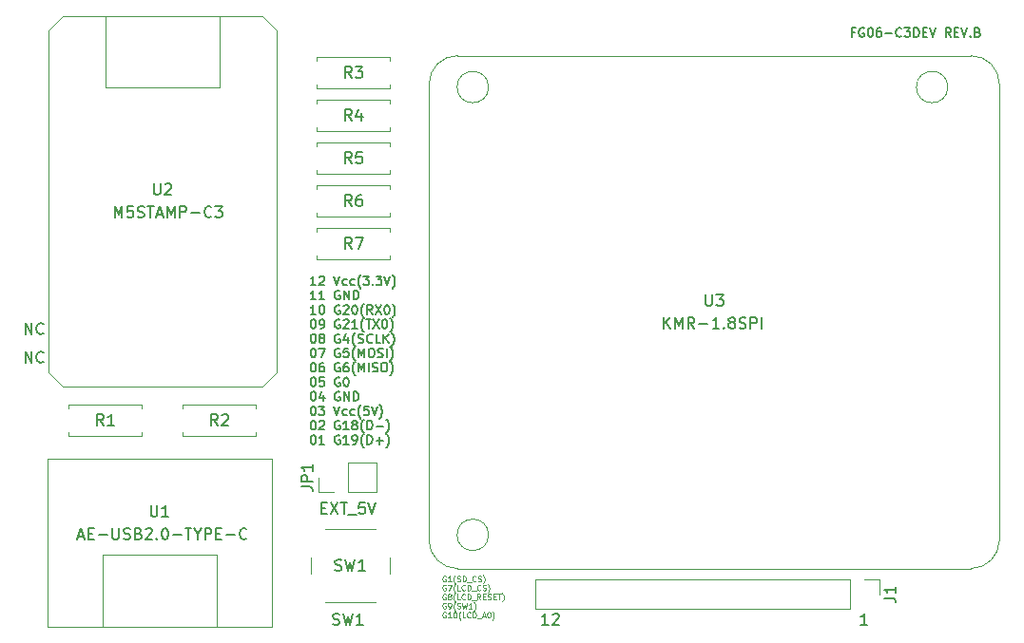
<source format=gto>
G04 #@! TF.GenerationSoftware,KiCad,Pcbnew,6.0.3-a3aad9c10e~116~ubuntu20.04.1*
G04 #@! TF.CreationDate,2022-03-24T13:24:43+09:00*
G04 #@! TF.ProjectId,fg06-c3dev-revb,66673036-2d63-4336-9465-762d72657662,rev?*
G04 #@! TF.SameCoordinates,Original*
G04 #@! TF.FileFunction,Legend,Top*
G04 #@! TF.FilePolarity,Positive*
%FSLAX46Y46*%
G04 Gerber Fmt 4.6, Leading zero omitted, Abs format (unit mm)*
G04 Created by KiCad (PCBNEW 6.0.3-a3aad9c10e~116~ubuntu20.04.1) date 2022-03-24 13:24:43*
%MOMM*%
%LPD*%
G01*
G04 APERTURE LIST*
%ADD10C,0.150000*%
%ADD11C,0.100000*%
%ADD12C,0.120000*%
G04 APERTURE END LIST*
D10*
X100036857Y-66238380D02*
X100036857Y-65238380D01*
X100608285Y-66238380D02*
X100179714Y-65666952D01*
X100608285Y-65238380D02*
X100036857Y-65809809D01*
X101036857Y-66238380D02*
X101036857Y-65238380D01*
X101370190Y-65952666D01*
X101703523Y-65238380D01*
X101703523Y-66238380D01*
X102751142Y-66238380D02*
X102417809Y-65762190D01*
X102179714Y-66238380D02*
X102179714Y-65238380D01*
X102560666Y-65238380D01*
X102655904Y-65286000D01*
X102703523Y-65333619D01*
X102751142Y-65428857D01*
X102751142Y-65571714D01*
X102703523Y-65666952D01*
X102655904Y-65714571D01*
X102560666Y-65762190D01*
X102179714Y-65762190D01*
X103179714Y-65857428D02*
X103941619Y-65857428D01*
X104941619Y-66238380D02*
X104370190Y-66238380D01*
X104655904Y-66238380D02*
X104655904Y-65238380D01*
X104560666Y-65381238D01*
X104465428Y-65476476D01*
X104370190Y-65524095D01*
X105370190Y-66143142D02*
X105417809Y-66190761D01*
X105370190Y-66238380D01*
X105322571Y-66190761D01*
X105370190Y-66143142D01*
X105370190Y-66238380D01*
X105989238Y-65666952D02*
X105894000Y-65619333D01*
X105846380Y-65571714D01*
X105798761Y-65476476D01*
X105798761Y-65428857D01*
X105846380Y-65333619D01*
X105894000Y-65286000D01*
X105989238Y-65238380D01*
X106179714Y-65238380D01*
X106274952Y-65286000D01*
X106322571Y-65333619D01*
X106370190Y-65428857D01*
X106370190Y-65476476D01*
X106322571Y-65571714D01*
X106274952Y-65619333D01*
X106179714Y-65666952D01*
X105989238Y-65666952D01*
X105894000Y-65714571D01*
X105846380Y-65762190D01*
X105798761Y-65857428D01*
X105798761Y-66047904D01*
X105846380Y-66143142D01*
X105894000Y-66190761D01*
X105989238Y-66238380D01*
X106179714Y-66238380D01*
X106274952Y-66190761D01*
X106322571Y-66143142D01*
X106370190Y-66047904D01*
X106370190Y-65857428D01*
X106322571Y-65762190D01*
X106274952Y-65714571D01*
X106179714Y-65666952D01*
X106751142Y-66190761D02*
X106894000Y-66238380D01*
X107132095Y-66238380D01*
X107227333Y-66190761D01*
X107274952Y-66143142D01*
X107322571Y-66047904D01*
X107322571Y-65952666D01*
X107274952Y-65857428D01*
X107227333Y-65809809D01*
X107132095Y-65762190D01*
X106941619Y-65714571D01*
X106846380Y-65666952D01*
X106798761Y-65619333D01*
X106751142Y-65524095D01*
X106751142Y-65428857D01*
X106798761Y-65333619D01*
X106846380Y-65286000D01*
X106941619Y-65238380D01*
X107179714Y-65238380D01*
X107322571Y-65286000D01*
X107751142Y-66238380D02*
X107751142Y-65238380D01*
X108132095Y-65238380D01*
X108227333Y-65286000D01*
X108274952Y-65333619D01*
X108322571Y-65428857D01*
X108322571Y-65571714D01*
X108274952Y-65666952D01*
X108227333Y-65714571D01*
X108132095Y-65762190D01*
X107751142Y-65762190D01*
X108751142Y-66238380D02*
X108751142Y-65238380D01*
X116999428Y-39820857D02*
X116732761Y-39820857D01*
X116732761Y-40239904D02*
X116732761Y-39439904D01*
X117113714Y-39439904D01*
X117837523Y-39478000D02*
X117761333Y-39439904D01*
X117647047Y-39439904D01*
X117532761Y-39478000D01*
X117456571Y-39554190D01*
X117418476Y-39630380D01*
X117380380Y-39782761D01*
X117380380Y-39897047D01*
X117418476Y-40049428D01*
X117456571Y-40125619D01*
X117532761Y-40201809D01*
X117647047Y-40239904D01*
X117723238Y-40239904D01*
X117837523Y-40201809D01*
X117875619Y-40163714D01*
X117875619Y-39897047D01*
X117723238Y-39897047D01*
X118370857Y-39439904D02*
X118447047Y-39439904D01*
X118523238Y-39478000D01*
X118561333Y-39516095D01*
X118599428Y-39592285D01*
X118637523Y-39744666D01*
X118637523Y-39935142D01*
X118599428Y-40087523D01*
X118561333Y-40163714D01*
X118523238Y-40201809D01*
X118447047Y-40239904D01*
X118370857Y-40239904D01*
X118294666Y-40201809D01*
X118256571Y-40163714D01*
X118218476Y-40087523D01*
X118180380Y-39935142D01*
X118180380Y-39744666D01*
X118218476Y-39592285D01*
X118256571Y-39516095D01*
X118294666Y-39478000D01*
X118370857Y-39439904D01*
X119323238Y-39439904D02*
X119170857Y-39439904D01*
X119094666Y-39478000D01*
X119056571Y-39516095D01*
X118980380Y-39630380D01*
X118942285Y-39782761D01*
X118942285Y-40087523D01*
X118980380Y-40163714D01*
X119018476Y-40201809D01*
X119094666Y-40239904D01*
X119247047Y-40239904D01*
X119323238Y-40201809D01*
X119361333Y-40163714D01*
X119399428Y-40087523D01*
X119399428Y-39897047D01*
X119361333Y-39820857D01*
X119323238Y-39782761D01*
X119247047Y-39744666D01*
X119094666Y-39744666D01*
X119018476Y-39782761D01*
X118980380Y-39820857D01*
X118942285Y-39897047D01*
X119742285Y-39935142D02*
X120351809Y-39935142D01*
X121189904Y-40163714D02*
X121151809Y-40201809D01*
X121037523Y-40239904D01*
X120961333Y-40239904D01*
X120847047Y-40201809D01*
X120770857Y-40125619D01*
X120732761Y-40049428D01*
X120694666Y-39897047D01*
X120694666Y-39782761D01*
X120732761Y-39630380D01*
X120770857Y-39554190D01*
X120847047Y-39478000D01*
X120961333Y-39439904D01*
X121037523Y-39439904D01*
X121151809Y-39478000D01*
X121189904Y-39516095D01*
X121456571Y-39439904D02*
X121951809Y-39439904D01*
X121685142Y-39744666D01*
X121799428Y-39744666D01*
X121875619Y-39782761D01*
X121913714Y-39820857D01*
X121951809Y-39897047D01*
X121951809Y-40087523D01*
X121913714Y-40163714D01*
X121875619Y-40201809D01*
X121799428Y-40239904D01*
X121570857Y-40239904D01*
X121494666Y-40201809D01*
X121456571Y-40163714D01*
X122294666Y-40239904D02*
X122294666Y-39439904D01*
X122485142Y-39439904D01*
X122599428Y-39478000D01*
X122675619Y-39554190D01*
X122713714Y-39630380D01*
X122751809Y-39782761D01*
X122751809Y-39897047D01*
X122713714Y-40049428D01*
X122675619Y-40125619D01*
X122599428Y-40201809D01*
X122485142Y-40239904D01*
X122294666Y-40239904D01*
X123094666Y-39820857D02*
X123361333Y-39820857D01*
X123475619Y-40239904D02*
X123094666Y-40239904D01*
X123094666Y-39439904D01*
X123475619Y-39439904D01*
X123704190Y-39439904D02*
X123970857Y-40239904D01*
X124237523Y-39439904D01*
X125570857Y-40239904D02*
X125304190Y-39858952D01*
X125113714Y-40239904D02*
X125113714Y-39439904D01*
X125418476Y-39439904D01*
X125494666Y-39478000D01*
X125532761Y-39516095D01*
X125570857Y-39592285D01*
X125570857Y-39706571D01*
X125532761Y-39782761D01*
X125494666Y-39820857D01*
X125418476Y-39858952D01*
X125113714Y-39858952D01*
X125913714Y-39820857D02*
X126180380Y-39820857D01*
X126294666Y-40239904D02*
X125913714Y-40239904D01*
X125913714Y-39439904D01*
X126294666Y-39439904D01*
X126523238Y-39439904D02*
X126789904Y-40239904D01*
X127056571Y-39439904D01*
X127323238Y-40163714D02*
X127361333Y-40201809D01*
X127323238Y-40239904D01*
X127285142Y-40201809D01*
X127323238Y-40163714D01*
X127323238Y-40239904D01*
X127970857Y-39820857D02*
X128085142Y-39858952D01*
X128123238Y-39897047D01*
X128161333Y-39973238D01*
X128161333Y-40087523D01*
X128123238Y-40163714D01*
X128085142Y-40201809D01*
X128008952Y-40239904D01*
X127704190Y-40239904D01*
X127704190Y-39439904D01*
X127970857Y-39439904D01*
X128047047Y-39478000D01*
X128085142Y-39516095D01*
X128123238Y-39592285D01*
X128123238Y-39668476D01*
X128085142Y-39744666D01*
X128047047Y-39782761D01*
X127970857Y-39820857D01*
X127704190Y-39820857D01*
X69524857Y-82224571D02*
X69858190Y-82224571D01*
X70001047Y-82748380D02*
X69524857Y-82748380D01*
X69524857Y-81748380D01*
X70001047Y-81748380D01*
X70334380Y-81748380D02*
X71001047Y-82748380D01*
X71001047Y-81748380D02*
X70334380Y-82748380D01*
X71239142Y-81748380D02*
X71810571Y-81748380D01*
X71524857Y-82748380D02*
X71524857Y-81748380D01*
X71905809Y-82843619D02*
X72667714Y-82843619D01*
X73382000Y-81748380D02*
X72905809Y-81748380D01*
X72858190Y-82224571D01*
X72905809Y-82176952D01*
X73001047Y-82129333D01*
X73239142Y-82129333D01*
X73334380Y-82176952D01*
X73382000Y-82224571D01*
X73429619Y-82319809D01*
X73429619Y-82557904D01*
X73382000Y-82653142D01*
X73334380Y-82700761D01*
X73239142Y-82748380D01*
X73001047Y-82748380D01*
X72905809Y-82700761D01*
X72858190Y-82653142D01*
X73715333Y-81748380D02*
X74048666Y-82748380D01*
X74382000Y-81748380D01*
X70548666Y-92606761D02*
X70691523Y-92654380D01*
X70929619Y-92654380D01*
X71024857Y-92606761D01*
X71072476Y-92559142D01*
X71120095Y-92463904D01*
X71120095Y-92368666D01*
X71072476Y-92273428D01*
X71024857Y-92225809D01*
X70929619Y-92178190D01*
X70739142Y-92130571D01*
X70643904Y-92082952D01*
X70596285Y-92035333D01*
X70548666Y-91940095D01*
X70548666Y-91844857D01*
X70596285Y-91749619D01*
X70643904Y-91702000D01*
X70739142Y-91654380D01*
X70977238Y-91654380D01*
X71120095Y-91702000D01*
X71453428Y-91654380D02*
X71691523Y-92654380D01*
X71882000Y-91940095D01*
X72072476Y-92654380D01*
X72310571Y-91654380D01*
X73215333Y-92654380D02*
X72643904Y-92654380D01*
X72929619Y-92654380D02*
X72929619Y-91654380D01*
X72834380Y-91797238D01*
X72739142Y-91892476D01*
X72643904Y-91940095D01*
D11*
X80582904Y-88310000D02*
X80535285Y-88286190D01*
X80463857Y-88286190D01*
X80392428Y-88310000D01*
X80344809Y-88357619D01*
X80321000Y-88405238D01*
X80297190Y-88500476D01*
X80297190Y-88571904D01*
X80321000Y-88667142D01*
X80344809Y-88714761D01*
X80392428Y-88762380D01*
X80463857Y-88786190D01*
X80511476Y-88786190D01*
X80582904Y-88762380D01*
X80606714Y-88738571D01*
X80606714Y-88571904D01*
X80511476Y-88571904D01*
X81082904Y-88786190D02*
X80797190Y-88786190D01*
X80940047Y-88786190D02*
X80940047Y-88286190D01*
X80892428Y-88357619D01*
X80844809Y-88405238D01*
X80797190Y-88429047D01*
X81440047Y-88976666D02*
X81416238Y-88952857D01*
X81368619Y-88881428D01*
X81344809Y-88833809D01*
X81321000Y-88762380D01*
X81297190Y-88643333D01*
X81297190Y-88548095D01*
X81321000Y-88429047D01*
X81344809Y-88357619D01*
X81368619Y-88310000D01*
X81416238Y-88238571D01*
X81440047Y-88214761D01*
X81606714Y-88762380D02*
X81678142Y-88786190D01*
X81797190Y-88786190D01*
X81844809Y-88762380D01*
X81868619Y-88738571D01*
X81892428Y-88690952D01*
X81892428Y-88643333D01*
X81868619Y-88595714D01*
X81844809Y-88571904D01*
X81797190Y-88548095D01*
X81701952Y-88524285D01*
X81654333Y-88500476D01*
X81630523Y-88476666D01*
X81606714Y-88429047D01*
X81606714Y-88381428D01*
X81630523Y-88333809D01*
X81654333Y-88310000D01*
X81701952Y-88286190D01*
X81821000Y-88286190D01*
X81892428Y-88310000D01*
X82106714Y-88786190D02*
X82106714Y-88286190D01*
X82225761Y-88286190D01*
X82297190Y-88310000D01*
X82344809Y-88357619D01*
X82368619Y-88405238D01*
X82392428Y-88500476D01*
X82392428Y-88571904D01*
X82368619Y-88667142D01*
X82344809Y-88714761D01*
X82297190Y-88762380D01*
X82225761Y-88786190D01*
X82106714Y-88786190D01*
X82487666Y-88833809D02*
X82868619Y-88833809D01*
X83273380Y-88738571D02*
X83249571Y-88762380D01*
X83178142Y-88786190D01*
X83130523Y-88786190D01*
X83059095Y-88762380D01*
X83011476Y-88714761D01*
X82987666Y-88667142D01*
X82963857Y-88571904D01*
X82963857Y-88500476D01*
X82987666Y-88405238D01*
X83011476Y-88357619D01*
X83059095Y-88310000D01*
X83130523Y-88286190D01*
X83178142Y-88286190D01*
X83249571Y-88310000D01*
X83273380Y-88333809D01*
X83463857Y-88762380D02*
X83535285Y-88786190D01*
X83654333Y-88786190D01*
X83701952Y-88762380D01*
X83725761Y-88738571D01*
X83749571Y-88690952D01*
X83749571Y-88643333D01*
X83725761Y-88595714D01*
X83701952Y-88571904D01*
X83654333Y-88548095D01*
X83559095Y-88524285D01*
X83511476Y-88500476D01*
X83487666Y-88476666D01*
X83463857Y-88429047D01*
X83463857Y-88381428D01*
X83487666Y-88333809D01*
X83511476Y-88310000D01*
X83559095Y-88286190D01*
X83678142Y-88286190D01*
X83749571Y-88310000D01*
X83916238Y-88976666D02*
X83940047Y-88952857D01*
X83987666Y-88881428D01*
X84011476Y-88833809D01*
X84035285Y-88762380D01*
X84059095Y-88643333D01*
X84059095Y-88548095D01*
X84035285Y-88429047D01*
X84011476Y-88357619D01*
X83987666Y-88310000D01*
X83940047Y-88238571D01*
X83916238Y-88214761D01*
X80582904Y-89115000D02*
X80535285Y-89091190D01*
X80463857Y-89091190D01*
X80392428Y-89115000D01*
X80344809Y-89162619D01*
X80321000Y-89210238D01*
X80297190Y-89305476D01*
X80297190Y-89376904D01*
X80321000Y-89472142D01*
X80344809Y-89519761D01*
X80392428Y-89567380D01*
X80463857Y-89591190D01*
X80511476Y-89591190D01*
X80582904Y-89567380D01*
X80606714Y-89543571D01*
X80606714Y-89376904D01*
X80511476Y-89376904D01*
X80773380Y-89091190D02*
X81106714Y-89091190D01*
X80892428Y-89591190D01*
X81440047Y-89781666D02*
X81416238Y-89757857D01*
X81368619Y-89686428D01*
X81344809Y-89638809D01*
X81321000Y-89567380D01*
X81297190Y-89448333D01*
X81297190Y-89353095D01*
X81321000Y-89234047D01*
X81344809Y-89162619D01*
X81368619Y-89115000D01*
X81416238Y-89043571D01*
X81440047Y-89019761D01*
X81868619Y-89591190D02*
X81630523Y-89591190D01*
X81630523Y-89091190D01*
X82321000Y-89543571D02*
X82297190Y-89567380D01*
X82225761Y-89591190D01*
X82178142Y-89591190D01*
X82106714Y-89567380D01*
X82059095Y-89519761D01*
X82035285Y-89472142D01*
X82011476Y-89376904D01*
X82011476Y-89305476D01*
X82035285Y-89210238D01*
X82059095Y-89162619D01*
X82106714Y-89115000D01*
X82178142Y-89091190D01*
X82225761Y-89091190D01*
X82297190Y-89115000D01*
X82321000Y-89138809D01*
X82535285Y-89591190D02*
X82535285Y-89091190D01*
X82654333Y-89091190D01*
X82725761Y-89115000D01*
X82773380Y-89162619D01*
X82797190Y-89210238D01*
X82821000Y-89305476D01*
X82821000Y-89376904D01*
X82797190Y-89472142D01*
X82773380Y-89519761D01*
X82725761Y-89567380D01*
X82654333Y-89591190D01*
X82535285Y-89591190D01*
X82916238Y-89638809D02*
X83297190Y-89638809D01*
X83701952Y-89543571D02*
X83678142Y-89567380D01*
X83606714Y-89591190D01*
X83559095Y-89591190D01*
X83487666Y-89567380D01*
X83440047Y-89519761D01*
X83416238Y-89472142D01*
X83392428Y-89376904D01*
X83392428Y-89305476D01*
X83416238Y-89210238D01*
X83440047Y-89162619D01*
X83487666Y-89115000D01*
X83559095Y-89091190D01*
X83606714Y-89091190D01*
X83678142Y-89115000D01*
X83701952Y-89138809D01*
X83892428Y-89567380D02*
X83963857Y-89591190D01*
X84082904Y-89591190D01*
X84130523Y-89567380D01*
X84154333Y-89543571D01*
X84178142Y-89495952D01*
X84178142Y-89448333D01*
X84154333Y-89400714D01*
X84130523Y-89376904D01*
X84082904Y-89353095D01*
X83987666Y-89329285D01*
X83940047Y-89305476D01*
X83916238Y-89281666D01*
X83892428Y-89234047D01*
X83892428Y-89186428D01*
X83916238Y-89138809D01*
X83940047Y-89115000D01*
X83987666Y-89091190D01*
X84106714Y-89091190D01*
X84178142Y-89115000D01*
X84344809Y-89781666D02*
X84368619Y-89757857D01*
X84416238Y-89686428D01*
X84440047Y-89638809D01*
X84463857Y-89567380D01*
X84487666Y-89448333D01*
X84487666Y-89353095D01*
X84463857Y-89234047D01*
X84440047Y-89162619D01*
X84416238Y-89115000D01*
X84368619Y-89043571D01*
X84344809Y-89019761D01*
X80582904Y-89920000D02*
X80535285Y-89896190D01*
X80463857Y-89896190D01*
X80392428Y-89920000D01*
X80344809Y-89967619D01*
X80321000Y-90015238D01*
X80297190Y-90110476D01*
X80297190Y-90181904D01*
X80321000Y-90277142D01*
X80344809Y-90324761D01*
X80392428Y-90372380D01*
X80463857Y-90396190D01*
X80511476Y-90396190D01*
X80582904Y-90372380D01*
X80606714Y-90348571D01*
X80606714Y-90181904D01*
X80511476Y-90181904D01*
X80892428Y-90110476D02*
X80844809Y-90086666D01*
X80821000Y-90062857D01*
X80797190Y-90015238D01*
X80797190Y-89991428D01*
X80821000Y-89943809D01*
X80844809Y-89920000D01*
X80892428Y-89896190D01*
X80987666Y-89896190D01*
X81035285Y-89920000D01*
X81059095Y-89943809D01*
X81082904Y-89991428D01*
X81082904Y-90015238D01*
X81059095Y-90062857D01*
X81035285Y-90086666D01*
X80987666Y-90110476D01*
X80892428Y-90110476D01*
X80844809Y-90134285D01*
X80821000Y-90158095D01*
X80797190Y-90205714D01*
X80797190Y-90300952D01*
X80821000Y-90348571D01*
X80844809Y-90372380D01*
X80892428Y-90396190D01*
X80987666Y-90396190D01*
X81035285Y-90372380D01*
X81059095Y-90348571D01*
X81082904Y-90300952D01*
X81082904Y-90205714D01*
X81059095Y-90158095D01*
X81035285Y-90134285D01*
X80987666Y-90110476D01*
X81440047Y-90586666D02*
X81416238Y-90562857D01*
X81368619Y-90491428D01*
X81344809Y-90443809D01*
X81321000Y-90372380D01*
X81297190Y-90253333D01*
X81297190Y-90158095D01*
X81321000Y-90039047D01*
X81344809Y-89967619D01*
X81368619Y-89920000D01*
X81416238Y-89848571D01*
X81440047Y-89824761D01*
X81868619Y-90396190D02*
X81630523Y-90396190D01*
X81630523Y-89896190D01*
X82321000Y-90348571D02*
X82297190Y-90372380D01*
X82225761Y-90396190D01*
X82178142Y-90396190D01*
X82106714Y-90372380D01*
X82059095Y-90324761D01*
X82035285Y-90277142D01*
X82011476Y-90181904D01*
X82011476Y-90110476D01*
X82035285Y-90015238D01*
X82059095Y-89967619D01*
X82106714Y-89920000D01*
X82178142Y-89896190D01*
X82225761Y-89896190D01*
X82297190Y-89920000D01*
X82321000Y-89943809D01*
X82535285Y-90396190D02*
X82535285Y-89896190D01*
X82654333Y-89896190D01*
X82725761Y-89920000D01*
X82773380Y-89967619D01*
X82797190Y-90015238D01*
X82821000Y-90110476D01*
X82821000Y-90181904D01*
X82797190Y-90277142D01*
X82773380Y-90324761D01*
X82725761Y-90372380D01*
X82654333Y-90396190D01*
X82535285Y-90396190D01*
X82916238Y-90443809D02*
X83297190Y-90443809D01*
X83701952Y-90396190D02*
X83535285Y-90158095D01*
X83416238Y-90396190D02*
X83416238Y-89896190D01*
X83606714Y-89896190D01*
X83654333Y-89920000D01*
X83678142Y-89943809D01*
X83701952Y-89991428D01*
X83701952Y-90062857D01*
X83678142Y-90110476D01*
X83654333Y-90134285D01*
X83606714Y-90158095D01*
X83416238Y-90158095D01*
X83916238Y-90134285D02*
X84082904Y-90134285D01*
X84154333Y-90396190D02*
X83916238Y-90396190D01*
X83916238Y-89896190D01*
X84154333Y-89896190D01*
X84344809Y-90372380D02*
X84416238Y-90396190D01*
X84535285Y-90396190D01*
X84582904Y-90372380D01*
X84606714Y-90348571D01*
X84630523Y-90300952D01*
X84630523Y-90253333D01*
X84606714Y-90205714D01*
X84582904Y-90181904D01*
X84535285Y-90158095D01*
X84440047Y-90134285D01*
X84392428Y-90110476D01*
X84368619Y-90086666D01*
X84344809Y-90039047D01*
X84344809Y-89991428D01*
X84368619Y-89943809D01*
X84392428Y-89920000D01*
X84440047Y-89896190D01*
X84559095Y-89896190D01*
X84630523Y-89920000D01*
X84844809Y-90134285D02*
X85011476Y-90134285D01*
X85082904Y-90396190D02*
X84844809Y-90396190D01*
X84844809Y-89896190D01*
X85082904Y-89896190D01*
X85225761Y-89896190D02*
X85511476Y-89896190D01*
X85368619Y-90396190D02*
X85368619Y-89896190D01*
X85630523Y-90586666D02*
X85654333Y-90562857D01*
X85701952Y-90491428D01*
X85725761Y-90443809D01*
X85749571Y-90372380D01*
X85773380Y-90253333D01*
X85773380Y-90158095D01*
X85749571Y-90039047D01*
X85725761Y-89967619D01*
X85701952Y-89920000D01*
X85654333Y-89848571D01*
X85630523Y-89824761D01*
X80582904Y-90725000D02*
X80535285Y-90701190D01*
X80463857Y-90701190D01*
X80392428Y-90725000D01*
X80344809Y-90772619D01*
X80321000Y-90820238D01*
X80297190Y-90915476D01*
X80297190Y-90986904D01*
X80321000Y-91082142D01*
X80344809Y-91129761D01*
X80392428Y-91177380D01*
X80463857Y-91201190D01*
X80511476Y-91201190D01*
X80582904Y-91177380D01*
X80606714Y-91153571D01*
X80606714Y-90986904D01*
X80511476Y-90986904D01*
X80844809Y-91201190D02*
X80940047Y-91201190D01*
X80987666Y-91177380D01*
X81011476Y-91153571D01*
X81059095Y-91082142D01*
X81082904Y-90986904D01*
X81082904Y-90796428D01*
X81059095Y-90748809D01*
X81035285Y-90725000D01*
X80987666Y-90701190D01*
X80892428Y-90701190D01*
X80844809Y-90725000D01*
X80821000Y-90748809D01*
X80797190Y-90796428D01*
X80797190Y-90915476D01*
X80821000Y-90963095D01*
X80844809Y-90986904D01*
X80892428Y-91010714D01*
X80987666Y-91010714D01*
X81035285Y-90986904D01*
X81059095Y-90963095D01*
X81082904Y-90915476D01*
X81440047Y-91391666D02*
X81416238Y-91367857D01*
X81368619Y-91296428D01*
X81344809Y-91248809D01*
X81321000Y-91177380D01*
X81297190Y-91058333D01*
X81297190Y-90963095D01*
X81321000Y-90844047D01*
X81344809Y-90772619D01*
X81368619Y-90725000D01*
X81416238Y-90653571D01*
X81440047Y-90629761D01*
X81606714Y-91177380D02*
X81678142Y-91201190D01*
X81797190Y-91201190D01*
X81844809Y-91177380D01*
X81868619Y-91153571D01*
X81892428Y-91105952D01*
X81892428Y-91058333D01*
X81868619Y-91010714D01*
X81844809Y-90986904D01*
X81797190Y-90963095D01*
X81701952Y-90939285D01*
X81654333Y-90915476D01*
X81630523Y-90891666D01*
X81606714Y-90844047D01*
X81606714Y-90796428D01*
X81630523Y-90748809D01*
X81654333Y-90725000D01*
X81701952Y-90701190D01*
X81821000Y-90701190D01*
X81892428Y-90725000D01*
X82059095Y-90701190D02*
X82178142Y-91201190D01*
X82273380Y-90844047D01*
X82368619Y-91201190D01*
X82487666Y-90701190D01*
X82940047Y-91201190D02*
X82654333Y-91201190D01*
X82797190Y-91201190D02*
X82797190Y-90701190D01*
X82749571Y-90772619D01*
X82701952Y-90820238D01*
X82654333Y-90844047D01*
X83106714Y-91391666D02*
X83130523Y-91367857D01*
X83178142Y-91296428D01*
X83201952Y-91248809D01*
X83225761Y-91177380D01*
X83249571Y-91058333D01*
X83249571Y-90963095D01*
X83225761Y-90844047D01*
X83201952Y-90772619D01*
X83178142Y-90725000D01*
X83130523Y-90653571D01*
X83106714Y-90629761D01*
X80582904Y-91530000D02*
X80535285Y-91506190D01*
X80463857Y-91506190D01*
X80392428Y-91530000D01*
X80344809Y-91577619D01*
X80321000Y-91625238D01*
X80297190Y-91720476D01*
X80297190Y-91791904D01*
X80321000Y-91887142D01*
X80344809Y-91934761D01*
X80392428Y-91982380D01*
X80463857Y-92006190D01*
X80511476Y-92006190D01*
X80582904Y-91982380D01*
X80606714Y-91958571D01*
X80606714Y-91791904D01*
X80511476Y-91791904D01*
X81082904Y-92006190D02*
X80797190Y-92006190D01*
X80940047Y-92006190D02*
X80940047Y-91506190D01*
X80892428Y-91577619D01*
X80844809Y-91625238D01*
X80797190Y-91649047D01*
X81392428Y-91506190D02*
X81440047Y-91506190D01*
X81487666Y-91530000D01*
X81511476Y-91553809D01*
X81535285Y-91601428D01*
X81559095Y-91696666D01*
X81559095Y-91815714D01*
X81535285Y-91910952D01*
X81511476Y-91958571D01*
X81487666Y-91982380D01*
X81440047Y-92006190D01*
X81392428Y-92006190D01*
X81344809Y-91982380D01*
X81321000Y-91958571D01*
X81297190Y-91910952D01*
X81273380Y-91815714D01*
X81273380Y-91696666D01*
X81297190Y-91601428D01*
X81321000Y-91553809D01*
X81344809Y-91530000D01*
X81392428Y-91506190D01*
X81916238Y-92196666D02*
X81892428Y-92172857D01*
X81844809Y-92101428D01*
X81821000Y-92053809D01*
X81797190Y-91982380D01*
X81773380Y-91863333D01*
X81773380Y-91768095D01*
X81797190Y-91649047D01*
X81821000Y-91577619D01*
X81844809Y-91530000D01*
X81892428Y-91458571D01*
X81916238Y-91434761D01*
X82344809Y-92006190D02*
X82106714Y-92006190D01*
X82106714Y-91506190D01*
X82797190Y-91958571D02*
X82773380Y-91982380D01*
X82701952Y-92006190D01*
X82654333Y-92006190D01*
X82582904Y-91982380D01*
X82535285Y-91934761D01*
X82511476Y-91887142D01*
X82487666Y-91791904D01*
X82487666Y-91720476D01*
X82511476Y-91625238D01*
X82535285Y-91577619D01*
X82582904Y-91530000D01*
X82654333Y-91506190D01*
X82701952Y-91506190D01*
X82773380Y-91530000D01*
X82797190Y-91553809D01*
X83011476Y-92006190D02*
X83011476Y-91506190D01*
X83130523Y-91506190D01*
X83201952Y-91530000D01*
X83249571Y-91577619D01*
X83273380Y-91625238D01*
X83297190Y-91720476D01*
X83297190Y-91791904D01*
X83273380Y-91887142D01*
X83249571Y-91934761D01*
X83201952Y-91982380D01*
X83130523Y-92006190D01*
X83011476Y-92006190D01*
X83392428Y-92053809D02*
X83773380Y-92053809D01*
X83868619Y-91863333D02*
X84106714Y-91863333D01*
X83821000Y-92006190D02*
X83987666Y-91506190D01*
X84154333Y-92006190D01*
X84416238Y-91506190D02*
X84463857Y-91506190D01*
X84511476Y-91530000D01*
X84535285Y-91553809D01*
X84559095Y-91601428D01*
X84582904Y-91696666D01*
X84582904Y-91815714D01*
X84559095Y-91910952D01*
X84535285Y-91958571D01*
X84511476Y-91982380D01*
X84463857Y-92006190D01*
X84416238Y-92006190D01*
X84368619Y-91982380D01*
X84344809Y-91958571D01*
X84321000Y-91910952D01*
X84297190Y-91815714D01*
X84297190Y-91696666D01*
X84321000Y-91601428D01*
X84344809Y-91553809D01*
X84368619Y-91530000D01*
X84416238Y-91506190D01*
X84749571Y-92196666D02*
X84773380Y-92172857D01*
X84821000Y-92101428D01*
X84844809Y-92053809D01*
X84868619Y-91982380D01*
X84892428Y-91863333D01*
X84892428Y-91768095D01*
X84868619Y-91649047D01*
X84844809Y-91577619D01*
X84821000Y-91530000D01*
X84773380Y-91458571D01*
X84749571Y-91434761D01*
D10*
X118141714Y-92654380D02*
X117570285Y-92654380D01*
X117856000Y-92654380D02*
X117856000Y-91654380D01*
X117760761Y-91797238D01*
X117665523Y-91892476D01*
X117570285Y-91940095D01*
X47872000Y-84748666D02*
X48348190Y-84748666D01*
X47776761Y-85034380D02*
X48110095Y-84034380D01*
X48443428Y-85034380D01*
X48776761Y-84510571D02*
X49110095Y-84510571D01*
X49252952Y-85034380D02*
X48776761Y-85034380D01*
X48776761Y-84034380D01*
X49252952Y-84034380D01*
X49681523Y-84653428D02*
X50443428Y-84653428D01*
X50919619Y-84034380D02*
X50919619Y-84843904D01*
X50967238Y-84939142D01*
X51014857Y-84986761D01*
X51110095Y-85034380D01*
X51300571Y-85034380D01*
X51395809Y-84986761D01*
X51443428Y-84939142D01*
X51491047Y-84843904D01*
X51491047Y-84034380D01*
X51919619Y-84986761D02*
X52062476Y-85034380D01*
X52300571Y-85034380D01*
X52395809Y-84986761D01*
X52443428Y-84939142D01*
X52491047Y-84843904D01*
X52491047Y-84748666D01*
X52443428Y-84653428D01*
X52395809Y-84605809D01*
X52300571Y-84558190D01*
X52110095Y-84510571D01*
X52014857Y-84462952D01*
X51967238Y-84415333D01*
X51919619Y-84320095D01*
X51919619Y-84224857D01*
X51967238Y-84129619D01*
X52014857Y-84082000D01*
X52110095Y-84034380D01*
X52348190Y-84034380D01*
X52491047Y-84082000D01*
X53252952Y-84510571D02*
X53395809Y-84558190D01*
X53443428Y-84605809D01*
X53491047Y-84701047D01*
X53491047Y-84843904D01*
X53443428Y-84939142D01*
X53395809Y-84986761D01*
X53300571Y-85034380D01*
X52919619Y-85034380D01*
X52919619Y-84034380D01*
X53252952Y-84034380D01*
X53348190Y-84082000D01*
X53395809Y-84129619D01*
X53443428Y-84224857D01*
X53443428Y-84320095D01*
X53395809Y-84415333D01*
X53348190Y-84462952D01*
X53252952Y-84510571D01*
X52919619Y-84510571D01*
X53872000Y-84129619D02*
X53919619Y-84082000D01*
X54014857Y-84034380D01*
X54252952Y-84034380D01*
X54348190Y-84082000D01*
X54395809Y-84129619D01*
X54443428Y-84224857D01*
X54443428Y-84320095D01*
X54395809Y-84462952D01*
X53824380Y-85034380D01*
X54443428Y-85034380D01*
X54872000Y-84939142D02*
X54919619Y-84986761D01*
X54872000Y-85034380D01*
X54824380Y-84986761D01*
X54872000Y-84939142D01*
X54872000Y-85034380D01*
X55538666Y-84034380D02*
X55633904Y-84034380D01*
X55729142Y-84082000D01*
X55776761Y-84129619D01*
X55824380Y-84224857D01*
X55872000Y-84415333D01*
X55872000Y-84653428D01*
X55824380Y-84843904D01*
X55776761Y-84939142D01*
X55729142Y-84986761D01*
X55633904Y-85034380D01*
X55538666Y-85034380D01*
X55443428Y-84986761D01*
X55395809Y-84939142D01*
X55348190Y-84843904D01*
X55300571Y-84653428D01*
X55300571Y-84415333D01*
X55348190Y-84224857D01*
X55395809Y-84129619D01*
X55443428Y-84082000D01*
X55538666Y-84034380D01*
X56300571Y-84653428D02*
X57062476Y-84653428D01*
X57395809Y-84034380D02*
X57967238Y-84034380D01*
X57681523Y-85034380D02*
X57681523Y-84034380D01*
X58491047Y-84558190D02*
X58491047Y-85034380D01*
X58157714Y-84034380D02*
X58491047Y-84558190D01*
X58824380Y-84034380D01*
X59157714Y-85034380D02*
X59157714Y-84034380D01*
X59538666Y-84034380D01*
X59633904Y-84082000D01*
X59681523Y-84129619D01*
X59729142Y-84224857D01*
X59729142Y-84367714D01*
X59681523Y-84462952D01*
X59633904Y-84510571D01*
X59538666Y-84558190D01*
X59157714Y-84558190D01*
X60157714Y-84510571D02*
X60491047Y-84510571D01*
X60633904Y-85034380D02*
X60157714Y-85034380D01*
X60157714Y-84034380D01*
X60633904Y-84034380D01*
X61062476Y-84653428D02*
X61824380Y-84653428D01*
X62872000Y-84939142D02*
X62824380Y-84986761D01*
X62681523Y-85034380D01*
X62586285Y-85034380D01*
X62443428Y-84986761D01*
X62348190Y-84891523D01*
X62300571Y-84796285D01*
X62252952Y-84605809D01*
X62252952Y-84462952D01*
X62300571Y-84272476D01*
X62348190Y-84177238D01*
X62443428Y-84082000D01*
X62586285Y-84034380D01*
X62681523Y-84034380D01*
X62824380Y-84082000D01*
X62872000Y-84129619D01*
X51118095Y-56332380D02*
X51118095Y-55332380D01*
X51451428Y-56046666D01*
X51784761Y-55332380D01*
X51784761Y-56332380D01*
X52737142Y-55332380D02*
X52260952Y-55332380D01*
X52213333Y-55808571D01*
X52260952Y-55760952D01*
X52356190Y-55713333D01*
X52594285Y-55713333D01*
X52689523Y-55760952D01*
X52737142Y-55808571D01*
X52784761Y-55903809D01*
X52784761Y-56141904D01*
X52737142Y-56237142D01*
X52689523Y-56284761D01*
X52594285Y-56332380D01*
X52356190Y-56332380D01*
X52260952Y-56284761D01*
X52213333Y-56237142D01*
X53165714Y-56284761D02*
X53308571Y-56332380D01*
X53546666Y-56332380D01*
X53641904Y-56284761D01*
X53689523Y-56237142D01*
X53737142Y-56141904D01*
X53737142Y-56046666D01*
X53689523Y-55951428D01*
X53641904Y-55903809D01*
X53546666Y-55856190D01*
X53356190Y-55808571D01*
X53260952Y-55760952D01*
X53213333Y-55713333D01*
X53165714Y-55618095D01*
X53165714Y-55522857D01*
X53213333Y-55427619D01*
X53260952Y-55380000D01*
X53356190Y-55332380D01*
X53594285Y-55332380D01*
X53737142Y-55380000D01*
X54022857Y-55332380D02*
X54594285Y-55332380D01*
X54308571Y-56332380D02*
X54308571Y-55332380D01*
X54880000Y-56046666D02*
X55356190Y-56046666D01*
X54784761Y-56332380D02*
X55118095Y-55332380D01*
X55451428Y-56332380D01*
X55784761Y-56332380D02*
X55784761Y-55332380D01*
X56118095Y-56046666D01*
X56451428Y-55332380D01*
X56451428Y-56332380D01*
X56927619Y-56332380D02*
X56927619Y-55332380D01*
X57308571Y-55332380D01*
X57403809Y-55380000D01*
X57451428Y-55427619D01*
X57499047Y-55522857D01*
X57499047Y-55665714D01*
X57451428Y-55760952D01*
X57403809Y-55808571D01*
X57308571Y-55856190D01*
X56927619Y-55856190D01*
X57927619Y-55951428D02*
X58689523Y-55951428D01*
X59737142Y-56237142D02*
X59689523Y-56284761D01*
X59546666Y-56332380D01*
X59451428Y-56332380D01*
X59308571Y-56284761D01*
X59213333Y-56189523D01*
X59165714Y-56094285D01*
X59118095Y-55903809D01*
X59118095Y-55760952D01*
X59165714Y-55570476D01*
X59213333Y-55475238D01*
X59308571Y-55380000D01*
X59451428Y-55332380D01*
X59546666Y-55332380D01*
X59689523Y-55380000D01*
X59737142Y-55427619D01*
X60070476Y-55332380D02*
X60689523Y-55332380D01*
X60356190Y-55713333D01*
X60499047Y-55713333D01*
X60594285Y-55760952D01*
X60641904Y-55808571D01*
X60689523Y-55903809D01*
X60689523Y-56141904D01*
X60641904Y-56237142D01*
X60594285Y-56284761D01*
X60499047Y-56332380D01*
X60213333Y-56332380D01*
X60118095Y-56284761D01*
X60070476Y-56237142D01*
X69033023Y-62365904D02*
X68575880Y-62365904D01*
X68804452Y-62365904D02*
X68804452Y-61565904D01*
X68728261Y-61680190D01*
X68652071Y-61756380D01*
X68575880Y-61794476D01*
X69337785Y-61642095D02*
X69375880Y-61604000D01*
X69452071Y-61565904D01*
X69642547Y-61565904D01*
X69718738Y-61604000D01*
X69756833Y-61642095D01*
X69794928Y-61718285D01*
X69794928Y-61794476D01*
X69756833Y-61908761D01*
X69299690Y-62365904D01*
X69794928Y-62365904D01*
X70633023Y-61565904D02*
X70899690Y-62365904D01*
X71166357Y-61565904D01*
X71775880Y-62327809D02*
X71699690Y-62365904D01*
X71547309Y-62365904D01*
X71471119Y-62327809D01*
X71433023Y-62289714D01*
X71394928Y-62213523D01*
X71394928Y-61984952D01*
X71433023Y-61908761D01*
X71471119Y-61870666D01*
X71547309Y-61832571D01*
X71699690Y-61832571D01*
X71775880Y-61870666D01*
X72461595Y-62327809D02*
X72385404Y-62365904D01*
X72233023Y-62365904D01*
X72156833Y-62327809D01*
X72118738Y-62289714D01*
X72080642Y-62213523D01*
X72080642Y-61984952D01*
X72118738Y-61908761D01*
X72156833Y-61870666D01*
X72233023Y-61832571D01*
X72385404Y-61832571D01*
X72461595Y-61870666D01*
X73033023Y-62670666D02*
X72994928Y-62632571D01*
X72918738Y-62518285D01*
X72880642Y-62442095D01*
X72842547Y-62327809D01*
X72804452Y-62137333D01*
X72804452Y-61984952D01*
X72842547Y-61794476D01*
X72880642Y-61680190D01*
X72918738Y-61604000D01*
X72994928Y-61489714D01*
X73033023Y-61451619D01*
X73261595Y-61565904D02*
X73756833Y-61565904D01*
X73490166Y-61870666D01*
X73604452Y-61870666D01*
X73680642Y-61908761D01*
X73718738Y-61946857D01*
X73756833Y-62023047D01*
X73756833Y-62213523D01*
X73718738Y-62289714D01*
X73680642Y-62327809D01*
X73604452Y-62365904D01*
X73375880Y-62365904D01*
X73299690Y-62327809D01*
X73261595Y-62289714D01*
X74099690Y-62289714D02*
X74137785Y-62327809D01*
X74099690Y-62365904D01*
X74061595Y-62327809D01*
X74099690Y-62289714D01*
X74099690Y-62365904D01*
X74404452Y-61565904D02*
X74899690Y-61565904D01*
X74633023Y-61870666D01*
X74747309Y-61870666D01*
X74823500Y-61908761D01*
X74861595Y-61946857D01*
X74899690Y-62023047D01*
X74899690Y-62213523D01*
X74861595Y-62289714D01*
X74823500Y-62327809D01*
X74747309Y-62365904D01*
X74518738Y-62365904D01*
X74442547Y-62327809D01*
X74404452Y-62289714D01*
X75128261Y-61565904D02*
X75394928Y-62365904D01*
X75661595Y-61565904D01*
X75852071Y-62670666D02*
X75890166Y-62632571D01*
X75966357Y-62518285D01*
X76004452Y-62442095D01*
X76042547Y-62327809D01*
X76080642Y-62137333D01*
X76080642Y-61984952D01*
X76042547Y-61794476D01*
X76004452Y-61680190D01*
X75966357Y-61604000D01*
X75890166Y-61489714D01*
X75852071Y-61451619D01*
X69033023Y-63653904D02*
X68575880Y-63653904D01*
X68804452Y-63653904D02*
X68804452Y-62853904D01*
X68728261Y-62968190D01*
X68652071Y-63044380D01*
X68575880Y-63082476D01*
X69794928Y-63653904D02*
X69337785Y-63653904D01*
X69566357Y-63653904D02*
X69566357Y-62853904D01*
X69490166Y-62968190D01*
X69413976Y-63044380D01*
X69337785Y-63082476D01*
X71166357Y-62892000D02*
X71090166Y-62853904D01*
X70975880Y-62853904D01*
X70861595Y-62892000D01*
X70785404Y-62968190D01*
X70747309Y-63044380D01*
X70709214Y-63196761D01*
X70709214Y-63311047D01*
X70747309Y-63463428D01*
X70785404Y-63539619D01*
X70861595Y-63615809D01*
X70975880Y-63653904D01*
X71052071Y-63653904D01*
X71166357Y-63615809D01*
X71204452Y-63577714D01*
X71204452Y-63311047D01*
X71052071Y-63311047D01*
X71547309Y-63653904D02*
X71547309Y-62853904D01*
X72004452Y-63653904D01*
X72004452Y-62853904D01*
X72385404Y-63653904D02*
X72385404Y-62853904D01*
X72575880Y-62853904D01*
X72690166Y-62892000D01*
X72766357Y-62968190D01*
X72804452Y-63044380D01*
X72842547Y-63196761D01*
X72842547Y-63311047D01*
X72804452Y-63463428D01*
X72766357Y-63539619D01*
X72690166Y-63615809D01*
X72575880Y-63653904D01*
X72385404Y-63653904D01*
X69033023Y-64941904D02*
X68575880Y-64941904D01*
X68804452Y-64941904D02*
X68804452Y-64141904D01*
X68728261Y-64256190D01*
X68652071Y-64332380D01*
X68575880Y-64370476D01*
X69528261Y-64141904D02*
X69604452Y-64141904D01*
X69680642Y-64180000D01*
X69718738Y-64218095D01*
X69756833Y-64294285D01*
X69794928Y-64446666D01*
X69794928Y-64637142D01*
X69756833Y-64789523D01*
X69718738Y-64865714D01*
X69680642Y-64903809D01*
X69604452Y-64941904D01*
X69528261Y-64941904D01*
X69452071Y-64903809D01*
X69413976Y-64865714D01*
X69375880Y-64789523D01*
X69337785Y-64637142D01*
X69337785Y-64446666D01*
X69375880Y-64294285D01*
X69413976Y-64218095D01*
X69452071Y-64180000D01*
X69528261Y-64141904D01*
X71166357Y-64180000D02*
X71090166Y-64141904D01*
X70975880Y-64141904D01*
X70861595Y-64180000D01*
X70785404Y-64256190D01*
X70747309Y-64332380D01*
X70709214Y-64484761D01*
X70709214Y-64599047D01*
X70747309Y-64751428D01*
X70785404Y-64827619D01*
X70861595Y-64903809D01*
X70975880Y-64941904D01*
X71052071Y-64941904D01*
X71166357Y-64903809D01*
X71204452Y-64865714D01*
X71204452Y-64599047D01*
X71052071Y-64599047D01*
X71509214Y-64218095D02*
X71547309Y-64180000D01*
X71623500Y-64141904D01*
X71813976Y-64141904D01*
X71890166Y-64180000D01*
X71928261Y-64218095D01*
X71966357Y-64294285D01*
X71966357Y-64370476D01*
X71928261Y-64484761D01*
X71471119Y-64941904D01*
X71966357Y-64941904D01*
X72461595Y-64141904D02*
X72537785Y-64141904D01*
X72613976Y-64180000D01*
X72652071Y-64218095D01*
X72690166Y-64294285D01*
X72728261Y-64446666D01*
X72728261Y-64637142D01*
X72690166Y-64789523D01*
X72652071Y-64865714D01*
X72613976Y-64903809D01*
X72537785Y-64941904D01*
X72461595Y-64941904D01*
X72385404Y-64903809D01*
X72347309Y-64865714D01*
X72309214Y-64789523D01*
X72271119Y-64637142D01*
X72271119Y-64446666D01*
X72309214Y-64294285D01*
X72347309Y-64218095D01*
X72385404Y-64180000D01*
X72461595Y-64141904D01*
X73299690Y-65246666D02*
X73261595Y-65208571D01*
X73185404Y-65094285D01*
X73147309Y-65018095D01*
X73109214Y-64903809D01*
X73071119Y-64713333D01*
X73071119Y-64560952D01*
X73109214Y-64370476D01*
X73147309Y-64256190D01*
X73185404Y-64180000D01*
X73261595Y-64065714D01*
X73299690Y-64027619D01*
X74061595Y-64941904D02*
X73794928Y-64560952D01*
X73604452Y-64941904D02*
X73604452Y-64141904D01*
X73909214Y-64141904D01*
X73985404Y-64180000D01*
X74023500Y-64218095D01*
X74061595Y-64294285D01*
X74061595Y-64408571D01*
X74023500Y-64484761D01*
X73985404Y-64522857D01*
X73909214Y-64560952D01*
X73604452Y-64560952D01*
X74328261Y-64141904D02*
X74861595Y-64941904D01*
X74861595Y-64141904D02*
X74328261Y-64941904D01*
X75318738Y-64141904D02*
X75394928Y-64141904D01*
X75471119Y-64180000D01*
X75509214Y-64218095D01*
X75547309Y-64294285D01*
X75585404Y-64446666D01*
X75585404Y-64637142D01*
X75547309Y-64789523D01*
X75509214Y-64865714D01*
X75471119Y-64903809D01*
X75394928Y-64941904D01*
X75318738Y-64941904D01*
X75242547Y-64903809D01*
X75204452Y-64865714D01*
X75166357Y-64789523D01*
X75128261Y-64637142D01*
X75128261Y-64446666D01*
X75166357Y-64294285D01*
X75204452Y-64218095D01*
X75242547Y-64180000D01*
X75318738Y-64141904D01*
X75852071Y-65246666D02*
X75890166Y-65208571D01*
X75966357Y-65094285D01*
X76004452Y-65018095D01*
X76042547Y-64903809D01*
X76080642Y-64713333D01*
X76080642Y-64560952D01*
X76042547Y-64370476D01*
X76004452Y-64256190D01*
X75966357Y-64180000D01*
X75890166Y-64065714D01*
X75852071Y-64027619D01*
X68766357Y-65429904D02*
X68842547Y-65429904D01*
X68918738Y-65468000D01*
X68956833Y-65506095D01*
X68994928Y-65582285D01*
X69033023Y-65734666D01*
X69033023Y-65925142D01*
X68994928Y-66077523D01*
X68956833Y-66153714D01*
X68918738Y-66191809D01*
X68842547Y-66229904D01*
X68766357Y-66229904D01*
X68690166Y-66191809D01*
X68652071Y-66153714D01*
X68613976Y-66077523D01*
X68575880Y-65925142D01*
X68575880Y-65734666D01*
X68613976Y-65582285D01*
X68652071Y-65506095D01*
X68690166Y-65468000D01*
X68766357Y-65429904D01*
X69413976Y-66229904D02*
X69566357Y-66229904D01*
X69642547Y-66191809D01*
X69680642Y-66153714D01*
X69756833Y-66039428D01*
X69794928Y-65887047D01*
X69794928Y-65582285D01*
X69756833Y-65506095D01*
X69718738Y-65468000D01*
X69642547Y-65429904D01*
X69490166Y-65429904D01*
X69413976Y-65468000D01*
X69375880Y-65506095D01*
X69337785Y-65582285D01*
X69337785Y-65772761D01*
X69375880Y-65848952D01*
X69413976Y-65887047D01*
X69490166Y-65925142D01*
X69642547Y-65925142D01*
X69718738Y-65887047D01*
X69756833Y-65848952D01*
X69794928Y-65772761D01*
X71166357Y-65468000D02*
X71090166Y-65429904D01*
X70975880Y-65429904D01*
X70861595Y-65468000D01*
X70785404Y-65544190D01*
X70747309Y-65620380D01*
X70709214Y-65772761D01*
X70709214Y-65887047D01*
X70747309Y-66039428D01*
X70785404Y-66115619D01*
X70861595Y-66191809D01*
X70975880Y-66229904D01*
X71052071Y-66229904D01*
X71166357Y-66191809D01*
X71204452Y-66153714D01*
X71204452Y-65887047D01*
X71052071Y-65887047D01*
X71509214Y-65506095D02*
X71547309Y-65468000D01*
X71623500Y-65429904D01*
X71813976Y-65429904D01*
X71890166Y-65468000D01*
X71928261Y-65506095D01*
X71966357Y-65582285D01*
X71966357Y-65658476D01*
X71928261Y-65772761D01*
X71471119Y-66229904D01*
X71966357Y-66229904D01*
X72728261Y-66229904D02*
X72271119Y-66229904D01*
X72499690Y-66229904D02*
X72499690Y-65429904D01*
X72423500Y-65544190D01*
X72347309Y-65620380D01*
X72271119Y-65658476D01*
X73299690Y-66534666D02*
X73261595Y-66496571D01*
X73185404Y-66382285D01*
X73147309Y-66306095D01*
X73109214Y-66191809D01*
X73071119Y-66001333D01*
X73071119Y-65848952D01*
X73109214Y-65658476D01*
X73147309Y-65544190D01*
X73185404Y-65468000D01*
X73261595Y-65353714D01*
X73299690Y-65315619D01*
X73490166Y-65429904D02*
X73947309Y-65429904D01*
X73718738Y-66229904D02*
X73718738Y-65429904D01*
X74137785Y-65429904D02*
X74671119Y-66229904D01*
X74671119Y-65429904D02*
X74137785Y-66229904D01*
X75128261Y-65429904D02*
X75204452Y-65429904D01*
X75280642Y-65468000D01*
X75318738Y-65506095D01*
X75356833Y-65582285D01*
X75394928Y-65734666D01*
X75394928Y-65925142D01*
X75356833Y-66077523D01*
X75318738Y-66153714D01*
X75280642Y-66191809D01*
X75204452Y-66229904D01*
X75128261Y-66229904D01*
X75052071Y-66191809D01*
X75013976Y-66153714D01*
X74975880Y-66077523D01*
X74937785Y-65925142D01*
X74937785Y-65734666D01*
X74975880Y-65582285D01*
X75013976Y-65506095D01*
X75052071Y-65468000D01*
X75128261Y-65429904D01*
X75661595Y-66534666D02*
X75699690Y-66496571D01*
X75775880Y-66382285D01*
X75813976Y-66306095D01*
X75852071Y-66191809D01*
X75890166Y-66001333D01*
X75890166Y-65848952D01*
X75852071Y-65658476D01*
X75813976Y-65544190D01*
X75775880Y-65468000D01*
X75699690Y-65353714D01*
X75661595Y-65315619D01*
X68766357Y-66717904D02*
X68842547Y-66717904D01*
X68918738Y-66756000D01*
X68956833Y-66794095D01*
X68994928Y-66870285D01*
X69033023Y-67022666D01*
X69033023Y-67213142D01*
X68994928Y-67365523D01*
X68956833Y-67441714D01*
X68918738Y-67479809D01*
X68842547Y-67517904D01*
X68766357Y-67517904D01*
X68690166Y-67479809D01*
X68652071Y-67441714D01*
X68613976Y-67365523D01*
X68575880Y-67213142D01*
X68575880Y-67022666D01*
X68613976Y-66870285D01*
X68652071Y-66794095D01*
X68690166Y-66756000D01*
X68766357Y-66717904D01*
X69490166Y-67060761D02*
X69413976Y-67022666D01*
X69375880Y-66984571D01*
X69337785Y-66908380D01*
X69337785Y-66870285D01*
X69375880Y-66794095D01*
X69413976Y-66756000D01*
X69490166Y-66717904D01*
X69642547Y-66717904D01*
X69718738Y-66756000D01*
X69756833Y-66794095D01*
X69794928Y-66870285D01*
X69794928Y-66908380D01*
X69756833Y-66984571D01*
X69718738Y-67022666D01*
X69642547Y-67060761D01*
X69490166Y-67060761D01*
X69413976Y-67098857D01*
X69375880Y-67136952D01*
X69337785Y-67213142D01*
X69337785Y-67365523D01*
X69375880Y-67441714D01*
X69413976Y-67479809D01*
X69490166Y-67517904D01*
X69642547Y-67517904D01*
X69718738Y-67479809D01*
X69756833Y-67441714D01*
X69794928Y-67365523D01*
X69794928Y-67213142D01*
X69756833Y-67136952D01*
X69718738Y-67098857D01*
X69642547Y-67060761D01*
X71166357Y-66756000D02*
X71090166Y-66717904D01*
X70975880Y-66717904D01*
X70861595Y-66756000D01*
X70785404Y-66832190D01*
X70747309Y-66908380D01*
X70709214Y-67060761D01*
X70709214Y-67175047D01*
X70747309Y-67327428D01*
X70785404Y-67403619D01*
X70861595Y-67479809D01*
X70975880Y-67517904D01*
X71052071Y-67517904D01*
X71166357Y-67479809D01*
X71204452Y-67441714D01*
X71204452Y-67175047D01*
X71052071Y-67175047D01*
X71890166Y-66984571D02*
X71890166Y-67517904D01*
X71699690Y-66679809D02*
X71509214Y-67251238D01*
X72004452Y-67251238D01*
X72537785Y-67822666D02*
X72499690Y-67784571D01*
X72423500Y-67670285D01*
X72385404Y-67594095D01*
X72347309Y-67479809D01*
X72309214Y-67289333D01*
X72309214Y-67136952D01*
X72347309Y-66946476D01*
X72385404Y-66832190D01*
X72423500Y-66756000D01*
X72499690Y-66641714D01*
X72537785Y-66603619D01*
X72804452Y-67479809D02*
X72918738Y-67517904D01*
X73109214Y-67517904D01*
X73185404Y-67479809D01*
X73223500Y-67441714D01*
X73261595Y-67365523D01*
X73261595Y-67289333D01*
X73223500Y-67213142D01*
X73185404Y-67175047D01*
X73109214Y-67136952D01*
X72956833Y-67098857D01*
X72880642Y-67060761D01*
X72842547Y-67022666D01*
X72804452Y-66946476D01*
X72804452Y-66870285D01*
X72842547Y-66794095D01*
X72880642Y-66756000D01*
X72956833Y-66717904D01*
X73147309Y-66717904D01*
X73261595Y-66756000D01*
X74061595Y-67441714D02*
X74023500Y-67479809D01*
X73909214Y-67517904D01*
X73833023Y-67517904D01*
X73718738Y-67479809D01*
X73642547Y-67403619D01*
X73604452Y-67327428D01*
X73566357Y-67175047D01*
X73566357Y-67060761D01*
X73604452Y-66908380D01*
X73642547Y-66832190D01*
X73718738Y-66756000D01*
X73833023Y-66717904D01*
X73909214Y-66717904D01*
X74023500Y-66756000D01*
X74061595Y-66794095D01*
X74785404Y-67517904D02*
X74404452Y-67517904D01*
X74404452Y-66717904D01*
X75052071Y-67517904D02*
X75052071Y-66717904D01*
X75509214Y-67517904D02*
X75166357Y-67060761D01*
X75509214Y-66717904D02*
X75052071Y-67175047D01*
X75775880Y-67822666D02*
X75813976Y-67784571D01*
X75890166Y-67670285D01*
X75928261Y-67594095D01*
X75966357Y-67479809D01*
X76004452Y-67289333D01*
X76004452Y-67136952D01*
X75966357Y-66946476D01*
X75928261Y-66832190D01*
X75890166Y-66756000D01*
X75813976Y-66641714D01*
X75775880Y-66603619D01*
X68766357Y-68005904D02*
X68842547Y-68005904D01*
X68918738Y-68044000D01*
X68956833Y-68082095D01*
X68994928Y-68158285D01*
X69033023Y-68310666D01*
X69033023Y-68501142D01*
X68994928Y-68653523D01*
X68956833Y-68729714D01*
X68918738Y-68767809D01*
X68842547Y-68805904D01*
X68766357Y-68805904D01*
X68690166Y-68767809D01*
X68652071Y-68729714D01*
X68613976Y-68653523D01*
X68575880Y-68501142D01*
X68575880Y-68310666D01*
X68613976Y-68158285D01*
X68652071Y-68082095D01*
X68690166Y-68044000D01*
X68766357Y-68005904D01*
X69299690Y-68005904D02*
X69833023Y-68005904D01*
X69490166Y-68805904D01*
X71166357Y-68044000D02*
X71090166Y-68005904D01*
X70975880Y-68005904D01*
X70861595Y-68044000D01*
X70785404Y-68120190D01*
X70747309Y-68196380D01*
X70709214Y-68348761D01*
X70709214Y-68463047D01*
X70747309Y-68615428D01*
X70785404Y-68691619D01*
X70861595Y-68767809D01*
X70975880Y-68805904D01*
X71052071Y-68805904D01*
X71166357Y-68767809D01*
X71204452Y-68729714D01*
X71204452Y-68463047D01*
X71052071Y-68463047D01*
X71928261Y-68005904D02*
X71547309Y-68005904D01*
X71509214Y-68386857D01*
X71547309Y-68348761D01*
X71623500Y-68310666D01*
X71813976Y-68310666D01*
X71890166Y-68348761D01*
X71928261Y-68386857D01*
X71966357Y-68463047D01*
X71966357Y-68653523D01*
X71928261Y-68729714D01*
X71890166Y-68767809D01*
X71813976Y-68805904D01*
X71623500Y-68805904D01*
X71547309Y-68767809D01*
X71509214Y-68729714D01*
X72537785Y-69110666D02*
X72499690Y-69072571D01*
X72423500Y-68958285D01*
X72385404Y-68882095D01*
X72347309Y-68767809D01*
X72309214Y-68577333D01*
X72309214Y-68424952D01*
X72347309Y-68234476D01*
X72385404Y-68120190D01*
X72423500Y-68044000D01*
X72499690Y-67929714D01*
X72537785Y-67891619D01*
X72842547Y-68805904D02*
X72842547Y-68005904D01*
X73109214Y-68577333D01*
X73375880Y-68005904D01*
X73375880Y-68805904D01*
X73909214Y-68005904D02*
X74061595Y-68005904D01*
X74137785Y-68044000D01*
X74213976Y-68120190D01*
X74252071Y-68272571D01*
X74252071Y-68539238D01*
X74213976Y-68691619D01*
X74137785Y-68767809D01*
X74061595Y-68805904D01*
X73909214Y-68805904D01*
X73833023Y-68767809D01*
X73756833Y-68691619D01*
X73718738Y-68539238D01*
X73718738Y-68272571D01*
X73756833Y-68120190D01*
X73833023Y-68044000D01*
X73909214Y-68005904D01*
X74556833Y-68767809D02*
X74671119Y-68805904D01*
X74861595Y-68805904D01*
X74937785Y-68767809D01*
X74975880Y-68729714D01*
X75013976Y-68653523D01*
X75013976Y-68577333D01*
X74975880Y-68501142D01*
X74937785Y-68463047D01*
X74861595Y-68424952D01*
X74709214Y-68386857D01*
X74633023Y-68348761D01*
X74594928Y-68310666D01*
X74556833Y-68234476D01*
X74556833Y-68158285D01*
X74594928Y-68082095D01*
X74633023Y-68044000D01*
X74709214Y-68005904D01*
X74899690Y-68005904D01*
X75013976Y-68044000D01*
X75356833Y-68805904D02*
X75356833Y-68005904D01*
X75661595Y-69110666D02*
X75699690Y-69072571D01*
X75775880Y-68958285D01*
X75813976Y-68882095D01*
X75852071Y-68767809D01*
X75890166Y-68577333D01*
X75890166Y-68424952D01*
X75852071Y-68234476D01*
X75813976Y-68120190D01*
X75775880Y-68044000D01*
X75699690Y-67929714D01*
X75661595Y-67891619D01*
X68766357Y-69293904D02*
X68842547Y-69293904D01*
X68918738Y-69332000D01*
X68956833Y-69370095D01*
X68994928Y-69446285D01*
X69033023Y-69598666D01*
X69033023Y-69789142D01*
X68994928Y-69941523D01*
X68956833Y-70017714D01*
X68918738Y-70055809D01*
X68842547Y-70093904D01*
X68766357Y-70093904D01*
X68690166Y-70055809D01*
X68652071Y-70017714D01*
X68613976Y-69941523D01*
X68575880Y-69789142D01*
X68575880Y-69598666D01*
X68613976Y-69446285D01*
X68652071Y-69370095D01*
X68690166Y-69332000D01*
X68766357Y-69293904D01*
X69718738Y-69293904D02*
X69566357Y-69293904D01*
X69490166Y-69332000D01*
X69452071Y-69370095D01*
X69375880Y-69484380D01*
X69337785Y-69636761D01*
X69337785Y-69941523D01*
X69375880Y-70017714D01*
X69413976Y-70055809D01*
X69490166Y-70093904D01*
X69642547Y-70093904D01*
X69718738Y-70055809D01*
X69756833Y-70017714D01*
X69794928Y-69941523D01*
X69794928Y-69751047D01*
X69756833Y-69674857D01*
X69718738Y-69636761D01*
X69642547Y-69598666D01*
X69490166Y-69598666D01*
X69413976Y-69636761D01*
X69375880Y-69674857D01*
X69337785Y-69751047D01*
X71166357Y-69332000D02*
X71090166Y-69293904D01*
X70975880Y-69293904D01*
X70861595Y-69332000D01*
X70785404Y-69408190D01*
X70747309Y-69484380D01*
X70709214Y-69636761D01*
X70709214Y-69751047D01*
X70747309Y-69903428D01*
X70785404Y-69979619D01*
X70861595Y-70055809D01*
X70975880Y-70093904D01*
X71052071Y-70093904D01*
X71166357Y-70055809D01*
X71204452Y-70017714D01*
X71204452Y-69751047D01*
X71052071Y-69751047D01*
X71890166Y-69293904D02*
X71737785Y-69293904D01*
X71661595Y-69332000D01*
X71623500Y-69370095D01*
X71547309Y-69484380D01*
X71509214Y-69636761D01*
X71509214Y-69941523D01*
X71547309Y-70017714D01*
X71585404Y-70055809D01*
X71661595Y-70093904D01*
X71813976Y-70093904D01*
X71890166Y-70055809D01*
X71928261Y-70017714D01*
X71966357Y-69941523D01*
X71966357Y-69751047D01*
X71928261Y-69674857D01*
X71890166Y-69636761D01*
X71813976Y-69598666D01*
X71661595Y-69598666D01*
X71585404Y-69636761D01*
X71547309Y-69674857D01*
X71509214Y-69751047D01*
X72537785Y-70398666D02*
X72499690Y-70360571D01*
X72423500Y-70246285D01*
X72385404Y-70170095D01*
X72347309Y-70055809D01*
X72309214Y-69865333D01*
X72309214Y-69712952D01*
X72347309Y-69522476D01*
X72385404Y-69408190D01*
X72423500Y-69332000D01*
X72499690Y-69217714D01*
X72537785Y-69179619D01*
X72842547Y-70093904D02*
X72842547Y-69293904D01*
X73109214Y-69865333D01*
X73375880Y-69293904D01*
X73375880Y-70093904D01*
X73756833Y-70093904D02*
X73756833Y-69293904D01*
X74099690Y-70055809D02*
X74213976Y-70093904D01*
X74404452Y-70093904D01*
X74480642Y-70055809D01*
X74518738Y-70017714D01*
X74556833Y-69941523D01*
X74556833Y-69865333D01*
X74518738Y-69789142D01*
X74480642Y-69751047D01*
X74404452Y-69712952D01*
X74252071Y-69674857D01*
X74175880Y-69636761D01*
X74137785Y-69598666D01*
X74099690Y-69522476D01*
X74099690Y-69446285D01*
X74137785Y-69370095D01*
X74175880Y-69332000D01*
X74252071Y-69293904D01*
X74442547Y-69293904D01*
X74556833Y-69332000D01*
X75052071Y-69293904D02*
X75204452Y-69293904D01*
X75280642Y-69332000D01*
X75356833Y-69408190D01*
X75394928Y-69560571D01*
X75394928Y-69827238D01*
X75356833Y-69979619D01*
X75280642Y-70055809D01*
X75204452Y-70093904D01*
X75052071Y-70093904D01*
X74975880Y-70055809D01*
X74899690Y-69979619D01*
X74861595Y-69827238D01*
X74861595Y-69560571D01*
X74899690Y-69408190D01*
X74975880Y-69332000D01*
X75052071Y-69293904D01*
X75661595Y-70398666D02*
X75699690Y-70360571D01*
X75775880Y-70246285D01*
X75813976Y-70170095D01*
X75852071Y-70055809D01*
X75890166Y-69865333D01*
X75890166Y-69712952D01*
X75852071Y-69522476D01*
X75813976Y-69408190D01*
X75775880Y-69332000D01*
X75699690Y-69217714D01*
X75661595Y-69179619D01*
X68766357Y-70581904D02*
X68842547Y-70581904D01*
X68918738Y-70620000D01*
X68956833Y-70658095D01*
X68994928Y-70734285D01*
X69033023Y-70886666D01*
X69033023Y-71077142D01*
X68994928Y-71229523D01*
X68956833Y-71305714D01*
X68918738Y-71343809D01*
X68842547Y-71381904D01*
X68766357Y-71381904D01*
X68690166Y-71343809D01*
X68652071Y-71305714D01*
X68613976Y-71229523D01*
X68575880Y-71077142D01*
X68575880Y-70886666D01*
X68613976Y-70734285D01*
X68652071Y-70658095D01*
X68690166Y-70620000D01*
X68766357Y-70581904D01*
X69756833Y-70581904D02*
X69375880Y-70581904D01*
X69337785Y-70962857D01*
X69375880Y-70924761D01*
X69452071Y-70886666D01*
X69642547Y-70886666D01*
X69718738Y-70924761D01*
X69756833Y-70962857D01*
X69794928Y-71039047D01*
X69794928Y-71229523D01*
X69756833Y-71305714D01*
X69718738Y-71343809D01*
X69642547Y-71381904D01*
X69452071Y-71381904D01*
X69375880Y-71343809D01*
X69337785Y-71305714D01*
X71166357Y-70620000D02*
X71090166Y-70581904D01*
X70975880Y-70581904D01*
X70861595Y-70620000D01*
X70785404Y-70696190D01*
X70747309Y-70772380D01*
X70709214Y-70924761D01*
X70709214Y-71039047D01*
X70747309Y-71191428D01*
X70785404Y-71267619D01*
X70861595Y-71343809D01*
X70975880Y-71381904D01*
X71052071Y-71381904D01*
X71166357Y-71343809D01*
X71204452Y-71305714D01*
X71204452Y-71039047D01*
X71052071Y-71039047D01*
X71699690Y-70581904D02*
X71775880Y-70581904D01*
X71852071Y-70620000D01*
X71890166Y-70658095D01*
X71928261Y-70734285D01*
X71966357Y-70886666D01*
X71966357Y-71077142D01*
X71928261Y-71229523D01*
X71890166Y-71305714D01*
X71852071Y-71343809D01*
X71775880Y-71381904D01*
X71699690Y-71381904D01*
X71623500Y-71343809D01*
X71585404Y-71305714D01*
X71547309Y-71229523D01*
X71509214Y-71077142D01*
X71509214Y-70886666D01*
X71547309Y-70734285D01*
X71585404Y-70658095D01*
X71623500Y-70620000D01*
X71699690Y-70581904D01*
X68766357Y-71869904D02*
X68842547Y-71869904D01*
X68918738Y-71908000D01*
X68956833Y-71946095D01*
X68994928Y-72022285D01*
X69033023Y-72174666D01*
X69033023Y-72365142D01*
X68994928Y-72517523D01*
X68956833Y-72593714D01*
X68918738Y-72631809D01*
X68842547Y-72669904D01*
X68766357Y-72669904D01*
X68690166Y-72631809D01*
X68652071Y-72593714D01*
X68613976Y-72517523D01*
X68575880Y-72365142D01*
X68575880Y-72174666D01*
X68613976Y-72022285D01*
X68652071Y-71946095D01*
X68690166Y-71908000D01*
X68766357Y-71869904D01*
X69718738Y-72136571D02*
X69718738Y-72669904D01*
X69528261Y-71831809D02*
X69337785Y-72403238D01*
X69833023Y-72403238D01*
X71166357Y-71908000D02*
X71090166Y-71869904D01*
X70975880Y-71869904D01*
X70861595Y-71908000D01*
X70785404Y-71984190D01*
X70747309Y-72060380D01*
X70709214Y-72212761D01*
X70709214Y-72327047D01*
X70747309Y-72479428D01*
X70785404Y-72555619D01*
X70861595Y-72631809D01*
X70975880Y-72669904D01*
X71052071Y-72669904D01*
X71166357Y-72631809D01*
X71204452Y-72593714D01*
X71204452Y-72327047D01*
X71052071Y-72327047D01*
X71547309Y-72669904D02*
X71547309Y-71869904D01*
X72004452Y-72669904D01*
X72004452Y-71869904D01*
X72385404Y-72669904D02*
X72385404Y-71869904D01*
X72575880Y-71869904D01*
X72690166Y-71908000D01*
X72766357Y-71984190D01*
X72804452Y-72060380D01*
X72842547Y-72212761D01*
X72842547Y-72327047D01*
X72804452Y-72479428D01*
X72766357Y-72555619D01*
X72690166Y-72631809D01*
X72575880Y-72669904D01*
X72385404Y-72669904D01*
X68766357Y-73157904D02*
X68842547Y-73157904D01*
X68918738Y-73196000D01*
X68956833Y-73234095D01*
X68994928Y-73310285D01*
X69033023Y-73462666D01*
X69033023Y-73653142D01*
X68994928Y-73805523D01*
X68956833Y-73881714D01*
X68918738Y-73919809D01*
X68842547Y-73957904D01*
X68766357Y-73957904D01*
X68690166Y-73919809D01*
X68652071Y-73881714D01*
X68613976Y-73805523D01*
X68575880Y-73653142D01*
X68575880Y-73462666D01*
X68613976Y-73310285D01*
X68652071Y-73234095D01*
X68690166Y-73196000D01*
X68766357Y-73157904D01*
X69299690Y-73157904D02*
X69794928Y-73157904D01*
X69528261Y-73462666D01*
X69642547Y-73462666D01*
X69718738Y-73500761D01*
X69756833Y-73538857D01*
X69794928Y-73615047D01*
X69794928Y-73805523D01*
X69756833Y-73881714D01*
X69718738Y-73919809D01*
X69642547Y-73957904D01*
X69413976Y-73957904D01*
X69337785Y-73919809D01*
X69299690Y-73881714D01*
X70633023Y-73157904D02*
X70899690Y-73957904D01*
X71166357Y-73157904D01*
X71775880Y-73919809D02*
X71699690Y-73957904D01*
X71547309Y-73957904D01*
X71471119Y-73919809D01*
X71433023Y-73881714D01*
X71394928Y-73805523D01*
X71394928Y-73576952D01*
X71433023Y-73500761D01*
X71471119Y-73462666D01*
X71547309Y-73424571D01*
X71699690Y-73424571D01*
X71775880Y-73462666D01*
X72461595Y-73919809D02*
X72385404Y-73957904D01*
X72233023Y-73957904D01*
X72156833Y-73919809D01*
X72118738Y-73881714D01*
X72080642Y-73805523D01*
X72080642Y-73576952D01*
X72118738Y-73500761D01*
X72156833Y-73462666D01*
X72233023Y-73424571D01*
X72385404Y-73424571D01*
X72461595Y-73462666D01*
X73033023Y-74262666D02*
X72994928Y-74224571D01*
X72918738Y-74110285D01*
X72880642Y-74034095D01*
X72842547Y-73919809D01*
X72804452Y-73729333D01*
X72804452Y-73576952D01*
X72842547Y-73386476D01*
X72880642Y-73272190D01*
X72918738Y-73196000D01*
X72994928Y-73081714D01*
X73033023Y-73043619D01*
X73718738Y-73157904D02*
X73337785Y-73157904D01*
X73299690Y-73538857D01*
X73337785Y-73500761D01*
X73413976Y-73462666D01*
X73604452Y-73462666D01*
X73680642Y-73500761D01*
X73718738Y-73538857D01*
X73756833Y-73615047D01*
X73756833Y-73805523D01*
X73718738Y-73881714D01*
X73680642Y-73919809D01*
X73604452Y-73957904D01*
X73413976Y-73957904D01*
X73337785Y-73919809D01*
X73299690Y-73881714D01*
X73985404Y-73157904D02*
X74252071Y-73957904D01*
X74518738Y-73157904D01*
X74709214Y-74262666D02*
X74747309Y-74224571D01*
X74823500Y-74110285D01*
X74861595Y-74034095D01*
X74899690Y-73919809D01*
X74937785Y-73729333D01*
X74937785Y-73576952D01*
X74899690Y-73386476D01*
X74861595Y-73272190D01*
X74823500Y-73196000D01*
X74747309Y-73081714D01*
X74709214Y-73043619D01*
X68766357Y-74445904D02*
X68842547Y-74445904D01*
X68918738Y-74484000D01*
X68956833Y-74522095D01*
X68994928Y-74598285D01*
X69033023Y-74750666D01*
X69033023Y-74941142D01*
X68994928Y-75093523D01*
X68956833Y-75169714D01*
X68918738Y-75207809D01*
X68842547Y-75245904D01*
X68766357Y-75245904D01*
X68690166Y-75207809D01*
X68652071Y-75169714D01*
X68613976Y-75093523D01*
X68575880Y-74941142D01*
X68575880Y-74750666D01*
X68613976Y-74598285D01*
X68652071Y-74522095D01*
X68690166Y-74484000D01*
X68766357Y-74445904D01*
X69337785Y-74522095D02*
X69375880Y-74484000D01*
X69452071Y-74445904D01*
X69642547Y-74445904D01*
X69718738Y-74484000D01*
X69756833Y-74522095D01*
X69794928Y-74598285D01*
X69794928Y-74674476D01*
X69756833Y-74788761D01*
X69299690Y-75245904D01*
X69794928Y-75245904D01*
X71166357Y-74484000D02*
X71090166Y-74445904D01*
X70975880Y-74445904D01*
X70861595Y-74484000D01*
X70785404Y-74560190D01*
X70747309Y-74636380D01*
X70709214Y-74788761D01*
X70709214Y-74903047D01*
X70747309Y-75055428D01*
X70785404Y-75131619D01*
X70861595Y-75207809D01*
X70975880Y-75245904D01*
X71052071Y-75245904D01*
X71166357Y-75207809D01*
X71204452Y-75169714D01*
X71204452Y-74903047D01*
X71052071Y-74903047D01*
X71966357Y-75245904D02*
X71509214Y-75245904D01*
X71737785Y-75245904D02*
X71737785Y-74445904D01*
X71661595Y-74560190D01*
X71585404Y-74636380D01*
X71509214Y-74674476D01*
X72423500Y-74788761D02*
X72347309Y-74750666D01*
X72309214Y-74712571D01*
X72271119Y-74636380D01*
X72271119Y-74598285D01*
X72309214Y-74522095D01*
X72347309Y-74484000D01*
X72423500Y-74445904D01*
X72575880Y-74445904D01*
X72652071Y-74484000D01*
X72690166Y-74522095D01*
X72728261Y-74598285D01*
X72728261Y-74636380D01*
X72690166Y-74712571D01*
X72652071Y-74750666D01*
X72575880Y-74788761D01*
X72423500Y-74788761D01*
X72347309Y-74826857D01*
X72309214Y-74864952D01*
X72271119Y-74941142D01*
X72271119Y-75093523D01*
X72309214Y-75169714D01*
X72347309Y-75207809D01*
X72423500Y-75245904D01*
X72575880Y-75245904D01*
X72652071Y-75207809D01*
X72690166Y-75169714D01*
X72728261Y-75093523D01*
X72728261Y-74941142D01*
X72690166Y-74864952D01*
X72652071Y-74826857D01*
X72575880Y-74788761D01*
X73299690Y-75550666D02*
X73261595Y-75512571D01*
X73185404Y-75398285D01*
X73147309Y-75322095D01*
X73109214Y-75207809D01*
X73071119Y-75017333D01*
X73071119Y-74864952D01*
X73109214Y-74674476D01*
X73147309Y-74560190D01*
X73185404Y-74484000D01*
X73261595Y-74369714D01*
X73299690Y-74331619D01*
X73604452Y-75245904D02*
X73604452Y-74445904D01*
X73794928Y-74445904D01*
X73909214Y-74484000D01*
X73985404Y-74560190D01*
X74023500Y-74636380D01*
X74061595Y-74788761D01*
X74061595Y-74903047D01*
X74023500Y-75055428D01*
X73985404Y-75131619D01*
X73909214Y-75207809D01*
X73794928Y-75245904D01*
X73604452Y-75245904D01*
X74404452Y-74941142D02*
X75013976Y-74941142D01*
X75318738Y-75550666D02*
X75356833Y-75512571D01*
X75433023Y-75398285D01*
X75471119Y-75322095D01*
X75509214Y-75207809D01*
X75547309Y-75017333D01*
X75547309Y-74864952D01*
X75509214Y-74674476D01*
X75471119Y-74560190D01*
X75433023Y-74484000D01*
X75356833Y-74369714D01*
X75318738Y-74331619D01*
X68766357Y-75733904D02*
X68842547Y-75733904D01*
X68918738Y-75772000D01*
X68956833Y-75810095D01*
X68994928Y-75886285D01*
X69033023Y-76038666D01*
X69033023Y-76229142D01*
X68994928Y-76381523D01*
X68956833Y-76457714D01*
X68918738Y-76495809D01*
X68842547Y-76533904D01*
X68766357Y-76533904D01*
X68690166Y-76495809D01*
X68652071Y-76457714D01*
X68613976Y-76381523D01*
X68575880Y-76229142D01*
X68575880Y-76038666D01*
X68613976Y-75886285D01*
X68652071Y-75810095D01*
X68690166Y-75772000D01*
X68766357Y-75733904D01*
X69794928Y-76533904D02*
X69337785Y-76533904D01*
X69566357Y-76533904D02*
X69566357Y-75733904D01*
X69490166Y-75848190D01*
X69413976Y-75924380D01*
X69337785Y-75962476D01*
X71166357Y-75772000D02*
X71090166Y-75733904D01*
X70975880Y-75733904D01*
X70861595Y-75772000D01*
X70785404Y-75848190D01*
X70747309Y-75924380D01*
X70709214Y-76076761D01*
X70709214Y-76191047D01*
X70747309Y-76343428D01*
X70785404Y-76419619D01*
X70861595Y-76495809D01*
X70975880Y-76533904D01*
X71052071Y-76533904D01*
X71166357Y-76495809D01*
X71204452Y-76457714D01*
X71204452Y-76191047D01*
X71052071Y-76191047D01*
X71966357Y-76533904D02*
X71509214Y-76533904D01*
X71737785Y-76533904D02*
X71737785Y-75733904D01*
X71661595Y-75848190D01*
X71585404Y-75924380D01*
X71509214Y-75962476D01*
X72347309Y-76533904D02*
X72499690Y-76533904D01*
X72575880Y-76495809D01*
X72613976Y-76457714D01*
X72690166Y-76343428D01*
X72728261Y-76191047D01*
X72728261Y-75886285D01*
X72690166Y-75810095D01*
X72652071Y-75772000D01*
X72575880Y-75733904D01*
X72423500Y-75733904D01*
X72347309Y-75772000D01*
X72309214Y-75810095D01*
X72271119Y-75886285D01*
X72271119Y-76076761D01*
X72309214Y-76152952D01*
X72347309Y-76191047D01*
X72423500Y-76229142D01*
X72575880Y-76229142D01*
X72652071Y-76191047D01*
X72690166Y-76152952D01*
X72728261Y-76076761D01*
X73299690Y-76838666D02*
X73261595Y-76800571D01*
X73185404Y-76686285D01*
X73147309Y-76610095D01*
X73109214Y-76495809D01*
X73071119Y-76305333D01*
X73071119Y-76152952D01*
X73109214Y-75962476D01*
X73147309Y-75848190D01*
X73185404Y-75772000D01*
X73261595Y-75657714D01*
X73299690Y-75619619D01*
X73604452Y-76533904D02*
X73604452Y-75733904D01*
X73794928Y-75733904D01*
X73909214Y-75772000D01*
X73985404Y-75848190D01*
X74023500Y-75924380D01*
X74061595Y-76076761D01*
X74061595Y-76191047D01*
X74023500Y-76343428D01*
X73985404Y-76419619D01*
X73909214Y-76495809D01*
X73794928Y-76533904D01*
X73604452Y-76533904D01*
X74404452Y-76229142D02*
X75013976Y-76229142D01*
X74709214Y-76533904D02*
X74709214Y-75924380D01*
X75318738Y-76838666D02*
X75356833Y-76800571D01*
X75433023Y-76686285D01*
X75471119Y-76610095D01*
X75509214Y-76495809D01*
X75547309Y-76305333D01*
X75547309Y-76152952D01*
X75509214Y-75962476D01*
X75471119Y-75848190D01*
X75433023Y-75772000D01*
X75356833Y-75657714D01*
X75318738Y-75619619D01*
X89725523Y-92654380D02*
X89154095Y-92654380D01*
X89439809Y-92654380D02*
X89439809Y-91654380D01*
X89344571Y-91797238D01*
X89249333Y-91892476D01*
X89154095Y-91940095D01*
X90106476Y-91749619D02*
X90154095Y-91702000D01*
X90249333Y-91654380D01*
X90487428Y-91654380D01*
X90582666Y-91702000D01*
X90630285Y-91749619D01*
X90677904Y-91844857D01*
X90677904Y-91940095D01*
X90630285Y-92082952D01*
X90058857Y-92654380D01*
X90677904Y-92654380D01*
G04 #@! TO.C,R5*
X72223333Y-51506380D02*
X71890000Y-51030190D01*
X71651904Y-51506380D02*
X71651904Y-50506380D01*
X72032857Y-50506380D01*
X72128095Y-50554000D01*
X72175714Y-50601619D01*
X72223333Y-50696857D01*
X72223333Y-50839714D01*
X72175714Y-50934952D01*
X72128095Y-50982571D01*
X72032857Y-51030190D01*
X71651904Y-51030190D01*
X73128095Y-50506380D02*
X72651904Y-50506380D01*
X72604285Y-50982571D01*
X72651904Y-50934952D01*
X72747142Y-50887333D01*
X72985238Y-50887333D01*
X73080476Y-50934952D01*
X73128095Y-50982571D01*
X73175714Y-51077809D01*
X73175714Y-51315904D01*
X73128095Y-51411142D01*
X73080476Y-51458761D01*
X72985238Y-51506380D01*
X72747142Y-51506380D01*
X72651904Y-51458761D01*
X72604285Y-51411142D01*
G04 #@! TO.C,SW1*
X70750666Y-87780761D02*
X70893523Y-87828380D01*
X71131619Y-87828380D01*
X71226857Y-87780761D01*
X71274476Y-87733142D01*
X71322095Y-87637904D01*
X71322095Y-87542666D01*
X71274476Y-87447428D01*
X71226857Y-87399809D01*
X71131619Y-87352190D01*
X70941142Y-87304571D01*
X70845904Y-87256952D01*
X70798285Y-87209333D01*
X70750666Y-87114095D01*
X70750666Y-87018857D01*
X70798285Y-86923619D01*
X70845904Y-86876000D01*
X70941142Y-86828380D01*
X71179238Y-86828380D01*
X71322095Y-86876000D01*
X71655428Y-86828380D02*
X71893523Y-87828380D01*
X72084000Y-87114095D01*
X72274476Y-87828380D01*
X72512571Y-86828380D01*
X73417333Y-87828380D02*
X72845904Y-87828380D01*
X73131619Y-87828380D02*
X73131619Y-86828380D01*
X73036380Y-86971238D01*
X72941142Y-87066476D01*
X72845904Y-87114095D01*
G04 #@! TO.C,J1*
X119638380Y-90249333D02*
X120352666Y-90249333D01*
X120495523Y-90296952D01*
X120590761Y-90392190D01*
X120638380Y-90535047D01*
X120638380Y-90630285D01*
X120638380Y-89249333D02*
X120638380Y-89820761D01*
X120638380Y-89535047D02*
X119638380Y-89535047D01*
X119781238Y-89630285D01*
X119876476Y-89725523D01*
X119924095Y-89820761D01*
G04 #@! TO.C,JP1*
X67729380Y-80335333D02*
X68443666Y-80335333D01*
X68586523Y-80382952D01*
X68681761Y-80478190D01*
X68729380Y-80621047D01*
X68729380Y-80716285D01*
X68729380Y-79859142D02*
X67729380Y-79859142D01*
X67729380Y-79478190D01*
X67777000Y-79382952D01*
X67824619Y-79335333D01*
X67919857Y-79287714D01*
X68062714Y-79287714D01*
X68157952Y-79335333D01*
X68205571Y-79382952D01*
X68253190Y-79478190D01*
X68253190Y-79859142D01*
X68729380Y-78335333D02*
X68729380Y-78906761D01*
X68729380Y-78621047D02*
X67729380Y-78621047D01*
X67872238Y-78716285D01*
X67967476Y-78811523D01*
X68015095Y-78906761D01*
G04 #@! TO.C,R4*
X72223333Y-47696380D02*
X71890000Y-47220190D01*
X71651904Y-47696380D02*
X71651904Y-46696380D01*
X72032857Y-46696380D01*
X72128095Y-46744000D01*
X72175714Y-46791619D01*
X72223333Y-46886857D01*
X72223333Y-47029714D01*
X72175714Y-47124952D01*
X72128095Y-47172571D01*
X72032857Y-47220190D01*
X71651904Y-47220190D01*
X73080476Y-47029714D02*
X73080476Y-47696380D01*
X72842380Y-46648761D02*
X72604285Y-47363047D01*
X73223333Y-47363047D01*
G04 #@! TO.C,R7*
X72223333Y-59126380D02*
X71890000Y-58650190D01*
X71651904Y-59126380D02*
X71651904Y-58126380D01*
X72032857Y-58126380D01*
X72128095Y-58174000D01*
X72175714Y-58221619D01*
X72223333Y-58316857D01*
X72223333Y-58459714D01*
X72175714Y-58554952D01*
X72128095Y-58602571D01*
X72032857Y-58650190D01*
X71651904Y-58650190D01*
X72556666Y-58126380D02*
X73223333Y-58126380D01*
X72794761Y-59126380D01*
G04 #@! TO.C,R6*
X72223333Y-55316380D02*
X71890000Y-54840190D01*
X71651904Y-55316380D02*
X71651904Y-54316380D01*
X72032857Y-54316380D01*
X72128095Y-54364000D01*
X72175714Y-54411619D01*
X72223333Y-54506857D01*
X72223333Y-54649714D01*
X72175714Y-54744952D01*
X72128095Y-54792571D01*
X72032857Y-54840190D01*
X71651904Y-54840190D01*
X73080476Y-54316380D02*
X72890000Y-54316380D01*
X72794761Y-54364000D01*
X72747142Y-54411619D01*
X72651904Y-54554476D01*
X72604285Y-54744952D01*
X72604285Y-55125904D01*
X72651904Y-55221142D01*
X72699523Y-55268761D01*
X72794761Y-55316380D01*
X72985238Y-55316380D01*
X73080476Y-55268761D01*
X73128095Y-55221142D01*
X73175714Y-55125904D01*
X73175714Y-54887809D01*
X73128095Y-54792571D01*
X73080476Y-54744952D01*
X72985238Y-54697333D01*
X72794761Y-54697333D01*
X72699523Y-54744952D01*
X72651904Y-54792571D01*
X72604285Y-54887809D01*
G04 #@! TO.C,U2*
X54610095Y-53300380D02*
X54610095Y-54109904D01*
X54657714Y-54205142D01*
X54705333Y-54252761D01*
X54800571Y-54300380D01*
X54991047Y-54300380D01*
X55086285Y-54252761D01*
X55133904Y-54205142D01*
X55181523Y-54109904D01*
X55181523Y-53300380D01*
X55610095Y-53395619D02*
X55657714Y-53348000D01*
X55752952Y-53300380D01*
X55991047Y-53300380D01*
X56086285Y-53348000D01*
X56133904Y-53395619D01*
X56181523Y-53490857D01*
X56181523Y-53586095D01*
X56133904Y-53728952D01*
X55562476Y-54300380D01*
X56181523Y-54300380D01*
X43156285Y-69286380D02*
X43156285Y-68286380D01*
X43727714Y-69286380D01*
X43727714Y-68286380D01*
X44775333Y-69191142D02*
X44727714Y-69238761D01*
X44584857Y-69286380D01*
X44489619Y-69286380D01*
X44346761Y-69238761D01*
X44251523Y-69143523D01*
X44203904Y-69048285D01*
X44156285Y-68857809D01*
X44156285Y-68714952D01*
X44203904Y-68524476D01*
X44251523Y-68429238D01*
X44346761Y-68334000D01*
X44489619Y-68286380D01*
X44584857Y-68286380D01*
X44727714Y-68334000D01*
X44775333Y-68381619D01*
X43156285Y-66746380D02*
X43156285Y-65746380D01*
X43727714Y-66746380D01*
X43727714Y-65746380D01*
X44775333Y-66651142D02*
X44727714Y-66698761D01*
X44584857Y-66746380D01*
X44489619Y-66746380D01*
X44346761Y-66698761D01*
X44251523Y-66603523D01*
X44203904Y-66508285D01*
X44156285Y-66317809D01*
X44156285Y-66174952D01*
X44203904Y-65984476D01*
X44251523Y-65889238D01*
X44346761Y-65794000D01*
X44489619Y-65746380D01*
X44584857Y-65746380D01*
X44727714Y-65794000D01*
X44775333Y-65841619D01*
G04 #@! TO.C,R1*
X50125333Y-74874380D02*
X49792000Y-74398190D01*
X49553904Y-74874380D02*
X49553904Y-73874380D01*
X49934857Y-73874380D01*
X50030095Y-73922000D01*
X50077714Y-73969619D01*
X50125333Y-74064857D01*
X50125333Y-74207714D01*
X50077714Y-74302952D01*
X50030095Y-74350571D01*
X49934857Y-74398190D01*
X49553904Y-74398190D01*
X51077714Y-74874380D02*
X50506285Y-74874380D01*
X50792000Y-74874380D02*
X50792000Y-73874380D01*
X50696761Y-74017238D01*
X50601523Y-74112476D01*
X50506285Y-74160095D01*
G04 #@! TO.C,R2*
X60285333Y-74874380D02*
X59952000Y-74398190D01*
X59713904Y-74874380D02*
X59713904Y-73874380D01*
X60094857Y-73874380D01*
X60190095Y-73922000D01*
X60237714Y-73969619D01*
X60285333Y-74064857D01*
X60285333Y-74207714D01*
X60237714Y-74302952D01*
X60190095Y-74350571D01*
X60094857Y-74398190D01*
X59713904Y-74398190D01*
X60666285Y-73969619D02*
X60713904Y-73922000D01*
X60809142Y-73874380D01*
X61047238Y-73874380D01*
X61142476Y-73922000D01*
X61190095Y-73969619D01*
X61237714Y-74064857D01*
X61237714Y-74160095D01*
X61190095Y-74302952D01*
X60618666Y-74874380D01*
X61237714Y-74874380D01*
G04 #@! TO.C,U1*
X54336095Y-82002380D02*
X54336095Y-82811904D01*
X54383714Y-82907142D01*
X54431333Y-82954761D01*
X54526571Y-83002380D01*
X54717047Y-83002380D01*
X54812285Y-82954761D01*
X54859904Y-82907142D01*
X54907523Y-82811904D01*
X54907523Y-82002380D01*
X55907523Y-83002380D02*
X55336095Y-83002380D01*
X55621809Y-83002380D02*
X55621809Y-82002380D01*
X55526571Y-82145238D01*
X55431333Y-82240476D01*
X55336095Y-82288095D01*
G04 #@! TO.C,U3*
X103748095Y-63206380D02*
X103748095Y-64015904D01*
X103795714Y-64111142D01*
X103843333Y-64158761D01*
X103938571Y-64206380D01*
X104129047Y-64206380D01*
X104224285Y-64158761D01*
X104271904Y-64111142D01*
X104319523Y-64015904D01*
X104319523Y-63206380D01*
X104700476Y-63206380D02*
X105319523Y-63206380D01*
X104986190Y-63587333D01*
X105129047Y-63587333D01*
X105224285Y-63634952D01*
X105271904Y-63682571D01*
X105319523Y-63777809D01*
X105319523Y-64015904D01*
X105271904Y-64111142D01*
X105224285Y-64158761D01*
X105129047Y-64206380D01*
X104843333Y-64206380D01*
X104748095Y-64158761D01*
X104700476Y-64111142D01*
G04 #@! TO.C,R3*
X72223333Y-43886380D02*
X71890000Y-43410190D01*
X71651904Y-43886380D02*
X71651904Y-42886380D01*
X72032857Y-42886380D01*
X72128095Y-42934000D01*
X72175714Y-42981619D01*
X72223333Y-43076857D01*
X72223333Y-43219714D01*
X72175714Y-43314952D01*
X72128095Y-43362571D01*
X72032857Y-43410190D01*
X71651904Y-43410190D01*
X72556666Y-42886380D02*
X73175714Y-42886380D01*
X72842380Y-43267333D01*
X72985238Y-43267333D01*
X73080476Y-43314952D01*
X73128095Y-43362571D01*
X73175714Y-43457809D01*
X73175714Y-43695904D01*
X73128095Y-43791142D01*
X73080476Y-43838761D01*
X72985238Y-43886380D01*
X72699523Y-43886380D01*
X72604285Y-43838761D01*
X72556666Y-43791142D01*
D12*
G04 #@! TO.C,R5*
X69120000Y-52094000D02*
X69120000Y-52424000D01*
X69120000Y-52424000D02*
X75660000Y-52424000D01*
X75660000Y-49684000D02*
X75660000Y-50014000D01*
X69120000Y-50014000D02*
X69120000Y-49684000D01*
X75660000Y-52424000D02*
X75660000Y-52094000D01*
X69120000Y-49684000D02*
X75660000Y-49684000D01*
G04 #@! TO.C,SW1*
X75584000Y-88126000D02*
X75584000Y-86626000D01*
X69834000Y-90626000D02*
X74334000Y-90626000D01*
X74334000Y-84126000D02*
X69834000Y-84126000D01*
X68584000Y-86626000D02*
X68584000Y-88126000D01*
G04 #@! TO.C,J1*
X116586000Y-91246000D02*
X88586000Y-91246000D01*
X116586000Y-88586000D02*
X116586000Y-91246000D01*
X88586000Y-88586000D02*
X88586000Y-91246000D01*
X119186000Y-88586000D02*
X119186000Y-89916000D01*
X116586000Y-88586000D02*
X88586000Y-88586000D01*
X117856000Y-88586000D02*
X119186000Y-88586000D01*
G04 #@! TO.C,JP1*
X71877000Y-78172000D02*
X74477000Y-78172000D01*
X71877000Y-80832000D02*
X74477000Y-80832000D01*
X74477000Y-80832000D02*
X74477000Y-78172000D01*
X70607000Y-80832000D02*
X69277000Y-80832000D01*
X69277000Y-80832000D02*
X69277000Y-79502000D01*
X71877000Y-80832000D02*
X71877000Y-78172000D01*
G04 #@! TO.C,R4*
X69120000Y-48284000D02*
X69120000Y-48614000D01*
X69120000Y-46204000D02*
X69120000Y-45874000D01*
X75660000Y-48614000D02*
X75660000Y-48284000D01*
X69120000Y-45874000D02*
X75660000Y-45874000D01*
X75660000Y-45874000D02*
X75660000Y-46204000D01*
X69120000Y-48614000D02*
X75660000Y-48614000D01*
G04 #@! TO.C,R7*
X69120000Y-59714000D02*
X69120000Y-60044000D01*
X69120000Y-57634000D02*
X69120000Y-57304000D01*
X69120000Y-57304000D02*
X75660000Y-57304000D01*
X75660000Y-60044000D02*
X75660000Y-59714000D01*
X69120000Y-60044000D02*
X75660000Y-60044000D01*
X75660000Y-57304000D02*
X75660000Y-57634000D01*
G04 #@! TO.C,R6*
X75660000Y-56234000D02*
X75660000Y-55904000D01*
X69120000Y-53494000D02*
X75660000Y-53494000D01*
X69120000Y-56234000D02*
X75660000Y-56234000D01*
X75660000Y-53494000D02*
X75660000Y-53824000D01*
X69120000Y-55904000D02*
X69120000Y-56234000D01*
X69120000Y-53824000D02*
X69120000Y-53494000D01*
G04 #@! TO.C,U2*
X60452000Y-38354000D02*
X60452000Y-44704000D01*
X45212000Y-39624000D02*
X46482000Y-38354000D01*
X65532000Y-70104000D02*
X64262000Y-71374000D01*
X65532000Y-39624000D02*
X64262000Y-38354000D01*
X45212000Y-70104000D02*
X45212000Y-39624000D01*
X50292000Y-44704000D02*
X50292000Y-38354000D01*
X46482000Y-38354000D02*
X64262000Y-38354000D01*
X60452000Y-44704000D02*
X50292000Y-44704000D01*
X46482000Y-71374000D02*
X45212000Y-70104000D01*
X64262000Y-71374000D02*
X46482000Y-71374000D01*
X65532000Y-39624000D02*
X65532000Y-70104000D01*
G04 #@! TO.C,R1*
X47022000Y-75462000D02*
X47022000Y-75792000D01*
X47022000Y-75792000D02*
X53562000Y-75792000D01*
X47022000Y-73052000D02*
X53562000Y-73052000D01*
X47022000Y-73382000D02*
X47022000Y-73052000D01*
X53562000Y-75792000D02*
X53562000Y-75462000D01*
X53562000Y-73052000D02*
X53562000Y-73382000D01*
G04 #@! TO.C,R2*
X57182000Y-75462000D02*
X57182000Y-75792000D01*
X57182000Y-75792000D02*
X63722000Y-75792000D01*
X63722000Y-73052000D02*
X63722000Y-73382000D01*
X57182000Y-73382000D02*
X57182000Y-73052000D01*
X57182000Y-73052000D02*
X63722000Y-73052000D01*
X63722000Y-75792000D02*
X63722000Y-75462000D01*
G04 #@! TO.C,U1*
X65118000Y-77844000D02*
X65118000Y-92844000D01*
X50048000Y-86434000D02*
X60208000Y-86434000D01*
X45118000Y-92844000D02*
X45118000Y-77844000D01*
X50048000Y-92784000D02*
X50048000Y-86434000D01*
X65118000Y-92844000D02*
X45118000Y-92844000D01*
X60208000Y-86434000D02*
X60208000Y-92784000D01*
X45118000Y-77844000D02*
X65118000Y-77844000D01*
G04 #@! TO.C,U3*
X127370000Y-87630000D02*
X81650000Y-87630000D01*
X129910000Y-44450000D02*
X129910000Y-85090000D01*
X81650000Y-41910000D02*
X127370000Y-41910000D01*
X79110000Y-85090000D02*
X79110000Y-44450000D01*
X81650000Y-41910000D02*
G75*
G03*
X79110000Y-44450000I1J-2540001D01*
G01*
X79110000Y-85090000D02*
G75*
G03*
X81650000Y-87630000I2540001J1D01*
G01*
X129910000Y-44450000D02*
G75*
G03*
X127370000Y-41910000I-2540000J0D01*
G01*
X127370000Y-87630000D02*
G75*
G03*
X129910000Y-85090000I0J2540000D01*
G01*
X125310000Y-44710000D02*
G75*
G03*
X125310000Y-44710000I-1400000J0D01*
G01*
X84410000Y-84630000D02*
G75*
G03*
X84410000Y-84630000I-1400000J0D01*
G01*
X84410000Y-44710000D02*
G75*
G03*
X84410000Y-44710000I-1400000J0D01*
G01*
G04 #@! TO.C,R3*
X69120000Y-42394000D02*
X69120000Y-42064000D01*
X69120000Y-44474000D02*
X69120000Y-44804000D01*
X75660000Y-44804000D02*
X75660000Y-44474000D01*
X69120000Y-44804000D02*
X75660000Y-44804000D01*
X75660000Y-42064000D02*
X75660000Y-42394000D01*
X69120000Y-42064000D02*
X75660000Y-42064000D01*
G04 #@! TD*
M02*

</source>
